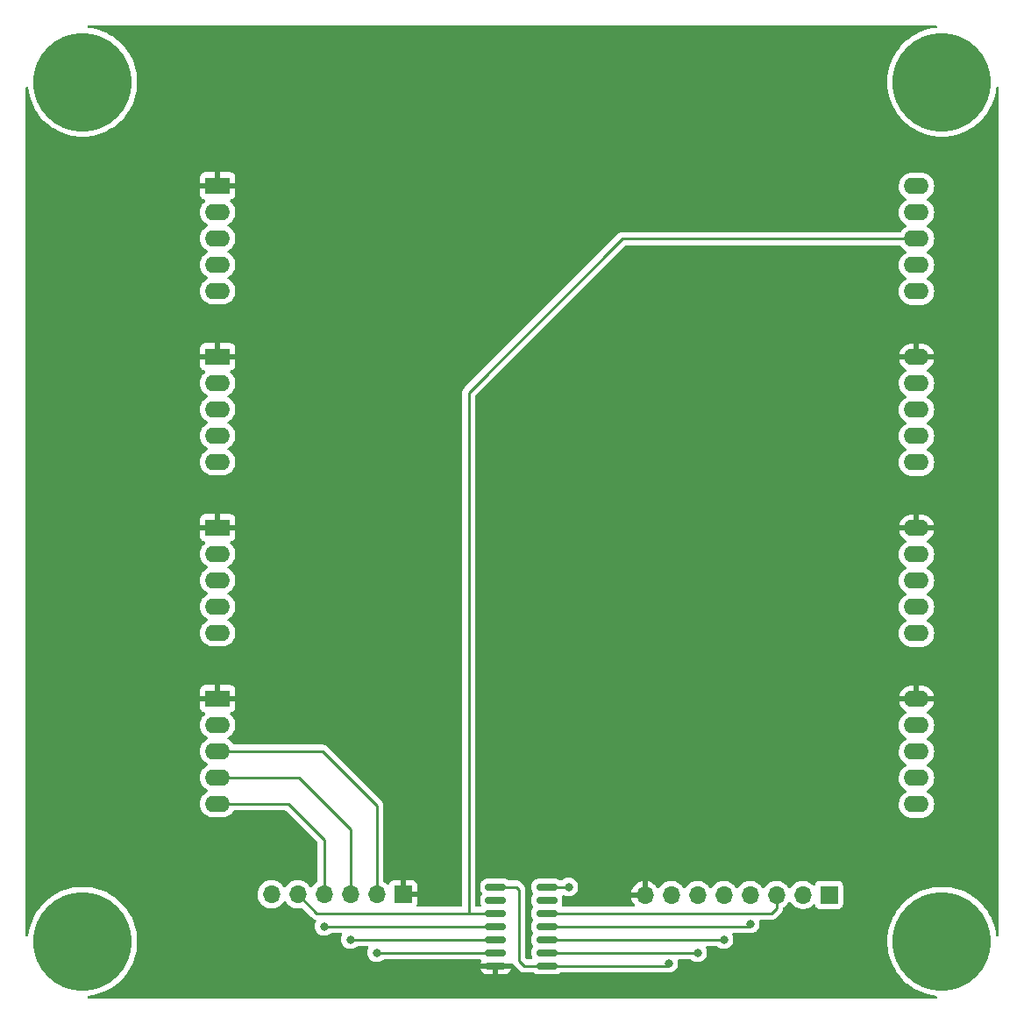
<source format=gtl>
%TF.GenerationSoftware,KiCad,Pcbnew,(6.0.1)*%
%TF.CreationDate,2022-08-01T15:02:32-04:00*%
%TF.ProjectId,MAX7219X4,4d415837-3231-4395-9834-2e6b69636164,2*%
%TF.SameCoordinates,Original*%
%TF.FileFunction,Copper,L1,Top*%
%TF.FilePolarity,Positive*%
%FSLAX46Y46*%
G04 Gerber Fmt 4.6, Leading zero omitted, Abs format (unit mm)*
G04 Created by KiCad (PCBNEW (6.0.1)) date 2022-08-01 15:02:32*
%MOMM*%
%LPD*%
G01*
G04 APERTURE LIST*
G04 Aperture macros list*
%AMRoundRect*
0 Rectangle with rounded corners*
0 $1 Rounding radius*
0 $2 $3 $4 $5 $6 $7 $8 $9 X,Y pos of 4 corners*
0 Add a 4 corners polygon primitive as box body*
4,1,4,$2,$3,$4,$5,$6,$7,$8,$9,$2,$3,0*
0 Add four circle primitives for the rounded corners*
1,1,$1+$1,$2,$3*
1,1,$1+$1,$4,$5*
1,1,$1+$1,$6,$7*
1,1,$1+$1,$8,$9*
0 Add four rect primitives between the rounded corners*
20,1,$1+$1,$2,$3,$4,$5,0*
20,1,$1+$1,$4,$5,$6,$7,0*
20,1,$1+$1,$6,$7,$8,$9,0*
20,1,$1+$1,$8,$9,$2,$3,0*%
G04 Aperture macros list end*
%TA.AperFunction,ComponentPad*%
%ADD10R,2.400000X1.600000*%
%TD*%
%TA.AperFunction,ComponentPad*%
%ADD11O,2.400000X1.600000*%
%TD*%
%TA.AperFunction,ComponentPad*%
%ADD12R,1.700000X1.700000*%
%TD*%
%TA.AperFunction,ComponentPad*%
%ADD13O,1.700000X1.700000*%
%TD*%
%TA.AperFunction,SMDPad,CuDef*%
%ADD14RoundRect,0.150000X0.825000X0.150000X-0.825000X0.150000X-0.825000X-0.150000X0.825000X-0.150000X0*%
%TD*%
%TA.AperFunction,ComponentPad*%
%ADD15C,9.525000*%
%TD*%
%TA.AperFunction,ViaPad*%
%ADD16C,0.800000*%
%TD*%
%TA.AperFunction,Conductor*%
%ADD17C,0.250000*%
%TD*%
G04 APERTURE END LIST*
D10*
%TO.P,BRD4,1,VCC*%
%TO.N,+5V*%
X74045000Y-43025000D03*
D11*
%TO.P,BRD4,2,GND*%
%TO.N,GND*%
X74045000Y-45565000D03*
%TO.P,BRD4,3,DIN*%
%TO.N,Net-(BRD3-Pad8)*%
X74045000Y-48105000D03*
%TO.P,BRD4,4,CS*%
%TO.N,Net-(BRD3-Pad7)*%
X74045000Y-50645000D03*
%TO.P,BRD4,5,CLKIN*%
%TO.N,Net-(BRD3-Pad6)*%
X74045000Y-53185000D03*
%TO.P,BRD4,6,CLKOUT*%
%TO.N,unconnected-(BRD4-Pad6)*%
X141545000Y-53225000D03*
%TO.P,BRD4,7,LODA*%
%TO.N,unconnected-(BRD4-Pad7)*%
X141545000Y-50685000D03*
%TO.P,BRD4,8,DOUT*%
%TO.N,/MAXOUT*%
X141545000Y-48145000D03*
%TO.P,BRD4,9,GND*%
%TO.N,unconnected-(BRD4-Pad9)*%
X141545000Y-45605000D03*
%TO.P,BRD4,10,VCC*%
%TO.N,unconnected-(BRD4-Pad10)*%
X141545000Y-43065000D03*
%TD*%
D10*
%TO.P,BRD1,1,VCC*%
%TO.N,+5V*%
X74045000Y-92555000D03*
D11*
%TO.P,BRD1,2,GND*%
%TO.N,GND*%
X74045000Y-95095000D03*
%TO.P,BRD1,3,DIN*%
%TO.N,/DIN5V*%
X74045000Y-97635000D03*
%TO.P,BRD1,4,CS*%
%TO.N,/CS5V*%
X74045000Y-100175000D03*
%TO.P,BRD1,5,CLKIN*%
%TO.N,/CLK5V*%
X74045000Y-102715000D03*
%TO.P,BRD1,6,CLKOUT*%
%TO.N,Net-(BRD1-Pad6)*%
X141545000Y-102755000D03*
%TO.P,BRD1,7,LODA*%
%TO.N,Net-(BRD1-Pad7)*%
X141545000Y-100215000D03*
%TO.P,BRD1,8,DOUT*%
%TO.N,Net-(BRD1-Pad8)*%
X141545000Y-97675000D03*
%TO.P,BRD1,9,GND*%
%TO.N,GND*%
X141545000Y-95135000D03*
%TO.P,BRD1,10,VCC*%
%TO.N,+5V*%
X141545000Y-92595000D03*
%TD*%
D12*
%TO.P,J1,1,Pin_1*%
%TO.N,GND*%
X133081000Y-111506000D03*
D13*
%TO.P,J1,2,Pin_2*%
X130541000Y-111506000D03*
%TO.P,J1,3,Pin_3*%
%TO.N,/DOUT*%
X128001000Y-111506000D03*
%TO.P,J1,4,Pin_4*%
%TO.N,/CLK*%
X125461000Y-111506000D03*
%TO.P,J1,5,Pin_5*%
%TO.N,/CS*%
X122921000Y-111506000D03*
%TO.P,J1,6,Pin_6*%
%TO.N,/DIN*%
X120381000Y-111506000D03*
%TO.P,J1,7,Pin_7*%
%TO.N,Net-(J1-Pad7)*%
X117841000Y-111506000D03*
%TO.P,J1,8,Pin_8*%
%TO.N,+5V*%
X115301000Y-111506000D03*
%TD*%
D14*
%TO.P,U1,1,VCCA(LV)*%
%TO.N,Net-(J1-Pad7)*%
X105853000Y-118364000D03*
%TO.P,U1,2,A1*%
%TO.N,/DIN*%
X105853000Y-117094000D03*
%TO.P,U1,3,A2*%
%TO.N,/CS*%
X105853000Y-115824000D03*
%TO.P,U1,4,A3*%
%TO.N,/CLK*%
X105853000Y-114554000D03*
%TO.P,U1,5,A4*%
%TO.N,/DOUT*%
X105853000Y-113284000D03*
%TO.P,U1,6*%
%TO.N,N/C*%
X105853000Y-112014000D03*
%TO.P,U1,7,GND*%
%TO.N,GND*%
X105853000Y-110744000D03*
%TO.P,U1,8,OE*%
%TO.N,Net-(J1-Pad7)*%
X100903000Y-110744000D03*
%TO.P,U1,9*%
%TO.N,N/C*%
X100903000Y-112014000D03*
%TO.P,U1,10,B4*%
%TO.N,/MAXOUT*%
X100903000Y-113284000D03*
%TO.P,U1,11,B3*%
%TO.N,/CLK5V*%
X100903000Y-114554000D03*
%TO.P,U1,12,B2*%
%TO.N,/CS5V*%
X100903000Y-115824000D03*
%TO.P,U1,13,B1*%
%TO.N,/DIN5V*%
X100903000Y-117094000D03*
%TO.P,U1,14,VCCB(HV)*%
%TO.N,+5V*%
X100903000Y-118364000D03*
%TD*%
D15*
%TO.P,MTG4,1*%
%TO.N,N/C*%
X144000000Y-33000000D03*
%TD*%
D12*
%TO.P,J2,1,Pin_1*%
%TO.N,+5V*%
X91948000Y-111449000D03*
D13*
%TO.P,J2,2,Pin_2*%
%TO.N,/DIN5V*%
X89408000Y-111449000D03*
%TO.P,J2,3,Pin_3*%
%TO.N,/CS5V*%
X86868000Y-111449000D03*
%TO.P,J2,4,Pin_4*%
%TO.N,/CLK5V*%
X84328000Y-111449000D03*
%TO.P,J2,5,Pin_5*%
%TO.N,/MAXOUT*%
X81788000Y-111449000D03*
%TO.P,J2,6,Pin_6*%
%TO.N,GND*%
X79248000Y-111449000D03*
%TD*%
D15*
%TO.P,MTG1,1*%
%TO.N,N/C*%
X61000000Y-116000000D03*
%TD*%
D10*
%TO.P,BRD3,1,VCC*%
%TO.N,+5V*%
X74045000Y-59535000D03*
D11*
%TO.P,BRD3,2,GND*%
%TO.N,GND*%
X74045000Y-62075000D03*
%TO.P,BRD3,3,DIN*%
%TO.N,Net-(BRD2-Pad8)*%
X74045000Y-64615000D03*
%TO.P,BRD3,4,CS*%
%TO.N,Net-(BRD2-Pad7)*%
X74045000Y-67155000D03*
%TO.P,BRD3,5,CLKIN*%
%TO.N,Net-(BRD2-Pad6)*%
X74045000Y-69695000D03*
%TO.P,BRD3,6,CLKOUT*%
%TO.N,Net-(BRD3-Pad6)*%
X141545000Y-69735000D03*
%TO.P,BRD3,7,LODA*%
%TO.N,Net-(BRD3-Pad7)*%
X141545000Y-67195000D03*
%TO.P,BRD3,8,DOUT*%
%TO.N,Net-(BRD3-Pad8)*%
X141545000Y-64655000D03*
%TO.P,BRD3,9,GND*%
%TO.N,GND*%
X141545000Y-62115000D03*
%TO.P,BRD3,10,VCC*%
%TO.N,+5V*%
X141545000Y-59575000D03*
%TD*%
D15*
%TO.P,MTG2,1*%
%TO.N,N/C*%
X144000000Y-116000000D03*
%TD*%
D10*
%TO.P,BRD2,1,VCC*%
%TO.N,+5V*%
X74045000Y-76045000D03*
D11*
%TO.P,BRD2,2,GND*%
%TO.N,GND*%
X74045000Y-78585000D03*
%TO.P,BRD2,3,DIN*%
%TO.N,Net-(BRD1-Pad8)*%
X74045000Y-81125000D03*
%TO.P,BRD2,4,CS*%
%TO.N,Net-(BRD1-Pad7)*%
X74045000Y-83665000D03*
%TO.P,BRD2,5,CLKIN*%
%TO.N,Net-(BRD1-Pad6)*%
X74045000Y-86205000D03*
%TO.P,BRD2,6,CLKOUT*%
%TO.N,Net-(BRD2-Pad6)*%
X141545000Y-86245000D03*
%TO.P,BRD2,7,LODA*%
%TO.N,Net-(BRD2-Pad7)*%
X141545000Y-83705000D03*
%TO.P,BRD2,8,DOUT*%
%TO.N,Net-(BRD2-Pad8)*%
X141545000Y-81165000D03*
%TO.P,BRD2,9,GND*%
%TO.N,GND*%
X141545000Y-78625000D03*
%TO.P,BRD2,10,VCC*%
%TO.N,+5V*%
X141545000Y-76085000D03*
%TD*%
D15*
%TO.P,MTG3,1*%
%TO.N,N/C*%
X61000000Y-33000000D03*
%TD*%
D16*
%TO.N,GND*%
X107950000Y-110744000D03*
%TO.N,/DIN5V*%
X89408000Y-117094000D03*
%TO.N,/CS5V*%
X86868000Y-115824000D03*
%TO.N,/CLK5V*%
X84328000Y-114554000D03*
%TO.N,Net-(J1-Pad7)*%
X117602000Y-118110000D03*
%TO.N,/CLK*%
X125476000Y-114300000D03*
%TO.N,/CS*%
X122936000Y-115824000D03*
%TO.N,/DIN*%
X120396000Y-117094000D03*
%TD*%
D17*
%TO.N,GND*%
X105853000Y-110744000D02*
X107950000Y-110744000D01*
%TO.N,/MAXOUT*%
X113145000Y-48145000D02*
X141545000Y-48145000D01*
X84582000Y-113284000D02*
X98298000Y-113284000D01*
X84582000Y-113284000D02*
X83623000Y-113284000D01*
X83623000Y-113284000D02*
X81788000Y-111449000D01*
X98298000Y-62992000D02*
X113145000Y-48145000D01*
X98298000Y-113284000D02*
X100903000Y-113284000D01*
X98298000Y-113284000D02*
X98298000Y-62992000D01*
%TO.N,/DIN5V*%
X89408000Y-102870000D02*
X89408000Y-111449000D01*
X84173000Y-97635000D02*
X89408000Y-102870000D01*
X100903000Y-117094000D02*
X89408000Y-117094000D01*
X74045000Y-97635000D02*
X84173000Y-97635000D01*
%TO.N,/CS5V*%
X86868000Y-105156000D02*
X86868000Y-111449000D01*
X81887000Y-100175000D02*
X86868000Y-105156000D01*
X100903000Y-115824000D02*
X86868000Y-115824000D01*
X74045000Y-100175000D02*
X81887000Y-100175000D01*
%TO.N,/CLK5V*%
X80871000Y-102715000D02*
X84328000Y-106172000D01*
X100903000Y-114554000D02*
X84328000Y-114554000D01*
X74045000Y-102715000D02*
X80871000Y-102715000D01*
X84328000Y-106172000D02*
X84328000Y-111449000D01*
%TO.N,Net-(J1-Pad7)*%
X117348000Y-118364000D02*
X117602000Y-118110000D01*
X103124000Y-110998000D02*
X103124000Y-117856000D01*
X102870000Y-110744000D02*
X103124000Y-110998000D01*
X103632000Y-118364000D02*
X105853000Y-118364000D01*
X103124000Y-117856000D02*
X103632000Y-118364000D01*
X105853000Y-118364000D02*
X117348000Y-118364000D01*
X100903000Y-110744000D02*
X102870000Y-110744000D01*
%TO.N,/DOUT*%
X128001000Y-112791000D02*
X128001000Y-111506000D01*
X127508000Y-113284000D02*
X128001000Y-112791000D01*
X105853000Y-113284000D02*
X127508000Y-113284000D01*
%TO.N,/CLK*%
X105853000Y-114554000D02*
X125222000Y-114554000D01*
X125222000Y-114554000D02*
X125476000Y-114300000D01*
%TO.N,/CS*%
X105853000Y-115824000D02*
X122936000Y-115824000D01*
%TO.N,/DIN*%
X120396000Y-117094000D02*
X105853000Y-117094000D01*
%TD*%
%TA.AperFunction,Conductor*%
%TO.N,+5V*%
G36*
X143478913Y-27528002D02*
G01*
X143525406Y-27581658D01*
X143535510Y-27651932D01*
X143506016Y-27716512D01*
X143446290Y-27754896D01*
X143427238Y-27758922D01*
X143086553Y-27803774D01*
X143086548Y-27803775D01*
X143083828Y-27804133D01*
X142634465Y-27903754D01*
X142631840Y-27904582D01*
X142631835Y-27904583D01*
X142198122Y-28041332D01*
X142198114Y-28041335D01*
X142195494Y-28042161D01*
X141770257Y-28218300D01*
X141361989Y-28430831D01*
X140973798Y-28678136D01*
X140734853Y-28861485D01*
X140610806Y-28956669D01*
X140610800Y-28956674D01*
X140608638Y-28958333D01*
X140269289Y-29269289D01*
X139958333Y-29608638D01*
X139956674Y-29610800D01*
X139956669Y-29610806D01*
X139861485Y-29734853D01*
X139678136Y-29973798D01*
X139430831Y-30361989D01*
X139218300Y-30770257D01*
X139042161Y-31195494D01*
X138903754Y-31634465D01*
X138804133Y-32083828D01*
X138744055Y-32540164D01*
X138723978Y-33000000D01*
X138724098Y-33002748D01*
X138725842Y-33042681D01*
X138744055Y-33459836D01*
X138804133Y-33916172D01*
X138903754Y-34365535D01*
X139042161Y-34804506D01*
X139218300Y-35229743D01*
X139430831Y-35638011D01*
X139678136Y-36026202D01*
X139958333Y-36391362D01*
X140269289Y-36730711D01*
X140608638Y-37041667D01*
X140610800Y-37043326D01*
X140610806Y-37043331D01*
X140734853Y-37138515D01*
X140973798Y-37321864D01*
X141361989Y-37569169D01*
X141770257Y-37781700D01*
X142195494Y-37957839D01*
X142198114Y-37958665D01*
X142198122Y-37958668D01*
X142631835Y-38095417D01*
X142631840Y-38095418D01*
X142634465Y-38096246D01*
X143083828Y-38195867D01*
X143086548Y-38196225D01*
X143086553Y-38196226D01*
X143257423Y-38218721D01*
X143540164Y-38255945D01*
X143542913Y-38256065D01*
X143542924Y-38256066D01*
X143997252Y-38275902D01*
X144000000Y-38276022D01*
X144002748Y-38275902D01*
X144457076Y-38256066D01*
X144457087Y-38256065D01*
X144459836Y-38255945D01*
X144742577Y-38218721D01*
X144913447Y-38196226D01*
X144913452Y-38196225D01*
X144916172Y-38195867D01*
X145365535Y-38096246D01*
X145368160Y-38095418D01*
X145368165Y-38095417D01*
X145801878Y-37958668D01*
X145801886Y-37958665D01*
X145804506Y-37957839D01*
X146229743Y-37781700D01*
X146638011Y-37569169D01*
X147026202Y-37321864D01*
X147265147Y-37138515D01*
X147389194Y-37043331D01*
X147389200Y-37043326D01*
X147391362Y-37041667D01*
X147730711Y-36730711D01*
X148041667Y-36391362D01*
X148321864Y-36026202D01*
X148569169Y-35638011D01*
X148781700Y-35229743D01*
X148957839Y-34804506D01*
X149096246Y-34365535D01*
X149195867Y-33916172D01*
X149241078Y-33572762D01*
X149269800Y-33507834D01*
X149329066Y-33468743D01*
X149400057Y-33467898D01*
X149460236Y-33505568D01*
X149490495Y-33569794D01*
X149492000Y-33589208D01*
X149492000Y-115410792D01*
X149471998Y-115478913D01*
X149418342Y-115525406D01*
X149348068Y-115535510D01*
X149283488Y-115506016D01*
X149245104Y-115446290D01*
X149241078Y-115427238D01*
X149196226Y-115086553D01*
X149196225Y-115086548D01*
X149195867Y-115083828D01*
X149096246Y-114634465D01*
X149095417Y-114631835D01*
X148958668Y-114198122D01*
X148958665Y-114198114D01*
X148957839Y-114195494D01*
X148792015Y-113795159D01*
X148782753Y-113772799D01*
X148782752Y-113772798D01*
X148781700Y-113770257D01*
X148569169Y-113361989D01*
X148321864Y-112973798D01*
X148096564Y-112680181D01*
X148043331Y-112610806D01*
X148043326Y-112610800D01*
X148041667Y-112608638D01*
X147730711Y-112269289D01*
X147391362Y-111958333D01*
X147389200Y-111956674D01*
X147389194Y-111956669D01*
X147252260Y-111851596D01*
X147026202Y-111678136D01*
X146638011Y-111430831D01*
X146229743Y-111218300D01*
X145804506Y-111042161D01*
X145801886Y-111041335D01*
X145801878Y-111041332D01*
X145368165Y-110904583D01*
X145368160Y-110904582D01*
X145365535Y-110903754D01*
X144916172Y-110804133D01*
X144913452Y-110803775D01*
X144913447Y-110803774D01*
X144735713Y-110780375D01*
X144459836Y-110744055D01*
X144457087Y-110743935D01*
X144457076Y-110743934D01*
X144002748Y-110724098D01*
X144000000Y-110723978D01*
X143997252Y-110724098D01*
X143542924Y-110743934D01*
X143542913Y-110743935D01*
X143540164Y-110744055D01*
X143264287Y-110780375D01*
X143086553Y-110803774D01*
X143086548Y-110803775D01*
X143083828Y-110804133D01*
X142634465Y-110903754D01*
X142631840Y-110904582D01*
X142631835Y-110904583D01*
X142198122Y-111041332D01*
X142198114Y-111041335D01*
X142195494Y-111042161D01*
X141770257Y-111218300D01*
X141361989Y-111430831D01*
X140973798Y-111678136D01*
X140747740Y-111851596D01*
X140610806Y-111956669D01*
X140610800Y-111956674D01*
X140608638Y-111958333D01*
X140269289Y-112269289D01*
X139958333Y-112608638D01*
X139956674Y-112610800D01*
X139956669Y-112610806D01*
X139903436Y-112680181D01*
X139678136Y-112973798D01*
X139430831Y-113361989D01*
X139218300Y-113770257D01*
X139217248Y-113772798D01*
X139217247Y-113772799D01*
X139207985Y-113795159D01*
X139042161Y-114195494D01*
X139041335Y-114198114D01*
X139041332Y-114198122D01*
X138904583Y-114631835D01*
X138903754Y-114634465D01*
X138804133Y-115083828D01*
X138803775Y-115086548D01*
X138803774Y-115086553D01*
X138787636Y-115209131D01*
X138744055Y-115540164D01*
X138743935Y-115542913D01*
X138743934Y-115542924D01*
X138725706Y-115960423D01*
X138723978Y-116000000D01*
X138724098Y-116002748D01*
X138743140Y-116438869D01*
X138744055Y-116459836D01*
X138764852Y-116617803D01*
X138799367Y-116879968D01*
X138804133Y-116916172D01*
X138903754Y-117365535D01*
X138904582Y-117368160D01*
X138904583Y-117368165D01*
X139030794Y-117768453D01*
X139042161Y-117804506D01*
X139218300Y-118229743D01*
X139430831Y-118638011D01*
X139678136Y-119026202D01*
X139854679Y-119256277D01*
X139944440Y-119373256D01*
X139958333Y-119391362D01*
X140269289Y-119730711D01*
X140608638Y-120041667D01*
X140610800Y-120043326D01*
X140610806Y-120043331D01*
X140633196Y-120060511D01*
X140973798Y-120321864D01*
X141361989Y-120569169D01*
X141770257Y-120781700D01*
X142195494Y-120957839D01*
X142198114Y-120958665D01*
X142198122Y-120958668D01*
X142631835Y-121095417D01*
X142631840Y-121095418D01*
X142634465Y-121096246D01*
X143083828Y-121195867D01*
X143086548Y-121196225D01*
X143086553Y-121196226D01*
X143427238Y-121241078D01*
X143492166Y-121269800D01*
X143531257Y-121329066D01*
X143532102Y-121400057D01*
X143494432Y-121460236D01*
X143430206Y-121490495D01*
X143410792Y-121492000D01*
X61589208Y-121492000D01*
X61521087Y-121471998D01*
X61474594Y-121418342D01*
X61464490Y-121348068D01*
X61493984Y-121283488D01*
X61553710Y-121245104D01*
X61572762Y-121241078D01*
X61913447Y-121196226D01*
X61913452Y-121196225D01*
X61916172Y-121195867D01*
X62365535Y-121096246D01*
X62368160Y-121095418D01*
X62368165Y-121095417D01*
X62801878Y-120958668D01*
X62801886Y-120958665D01*
X62804506Y-120957839D01*
X63229743Y-120781700D01*
X63638011Y-120569169D01*
X64026202Y-120321864D01*
X64366804Y-120060511D01*
X64389194Y-120043331D01*
X64389200Y-120043326D01*
X64391362Y-120041667D01*
X64730711Y-119730711D01*
X65041667Y-119391362D01*
X65055561Y-119373256D01*
X65145321Y-119256277D01*
X65321864Y-119026202D01*
X65569169Y-118638011D01*
X65573406Y-118629871D01*
X99426456Y-118629871D01*
X99467107Y-118769790D01*
X99473352Y-118784221D01*
X99549911Y-118913678D01*
X99559551Y-118926104D01*
X99665896Y-119032449D01*
X99678322Y-119042089D01*
X99807779Y-119118648D01*
X99822210Y-119124893D01*
X99968065Y-119167269D01*
X99980667Y-119169570D01*
X100009084Y-119171807D01*
X100014014Y-119172000D01*
X100630885Y-119172000D01*
X100646124Y-119167525D01*
X100647329Y-119166135D01*
X100649000Y-119158452D01*
X100649000Y-119153884D01*
X101157000Y-119153884D01*
X101161475Y-119169123D01*
X101162865Y-119170328D01*
X101170548Y-119171999D01*
X101791984Y-119171999D01*
X101796920Y-119171805D01*
X101825336Y-119169570D01*
X101837931Y-119167270D01*
X101983790Y-119124893D01*
X101998221Y-119118648D01*
X102127678Y-119042089D01*
X102140104Y-119032449D01*
X102246449Y-118926104D01*
X102256089Y-118913678D01*
X102332648Y-118784221D01*
X102338893Y-118769790D01*
X102377939Y-118635395D01*
X102377899Y-118621294D01*
X102370630Y-118618000D01*
X101175115Y-118618000D01*
X101159876Y-118622475D01*
X101158671Y-118623865D01*
X101157000Y-118631548D01*
X101157000Y-119153884D01*
X100649000Y-119153884D01*
X100649000Y-118636115D01*
X100644525Y-118620876D01*
X100643135Y-118619671D01*
X100635452Y-118618000D01*
X99441122Y-118618000D01*
X99427591Y-118621973D01*
X99426456Y-118629871D01*
X65573406Y-118629871D01*
X65781700Y-118229743D01*
X65957839Y-117804506D01*
X65969207Y-117768453D01*
X66095417Y-117368165D01*
X66095418Y-117368160D01*
X66096246Y-117365535D01*
X66195867Y-116916172D01*
X66200634Y-116879968D01*
X66235148Y-116617803D01*
X66255945Y-116459836D01*
X66256861Y-116438869D01*
X66275902Y-116002748D01*
X66276022Y-116000000D01*
X66274294Y-115960423D01*
X66256066Y-115542924D01*
X66256065Y-115542913D01*
X66255945Y-115540164D01*
X66212364Y-115209131D01*
X66196226Y-115086553D01*
X66196225Y-115086548D01*
X66195867Y-115083828D01*
X66096246Y-114634465D01*
X66095417Y-114631835D01*
X65958668Y-114198122D01*
X65958665Y-114198114D01*
X65957839Y-114195494D01*
X65792015Y-113795159D01*
X65782753Y-113772799D01*
X65782752Y-113772798D01*
X65781700Y-113770257D01*
X65569169Y-113361989D01*
X65321864Y-112973798D01*
X65096564Y-112680181D01*
X65043331Y-112610806D01*
X65043326Y-112610800D01*
X65041667Y-112608638D01*
X64730711Y-112269289D01*
X64391362Y-111958333D01*
X64389200Y-111956674D01*
X64389194Y-111956669D01*
X64252260Y-111851596D01*
X64026202Y-111678136D01*
X63638011Y-111430831D01*
X63229743Y-111218300D01*
X62804506Y-111042161D01*
X62801886Y-111041335D01*
X62801878Y-111041332D01*
X62368165Y-110904583D01*
X62368160Y-110904582D01*
X62365535Y-110903754D01*
X61916172Y-110804133D01*
X61913452Y-110803775D01*
X61913447Y-110803774D01*
X61735713Y-110780375D01*
X61459836Y-110744055D01*
X61457087Y-110743935D01*
X61457076Y-110743934D01*
X61002748Y-110724098D01*
X61000000Y-110723978D01*
X60997252Y-110724098D01*
X60542924Y-110743934D01*
X60542913Y-110743935D01*
X60540164Y-110744055D01*
X60264287Y-110780375D01*
X60086553Y-110803774D01*
X60086548Y-110803775D01*
X60083828Y-110804133D01*
X59634465Y-110903754D01*
X59631840Y-110904582D01*
X59631835Y-110904583D01*
X59198122Y-111041332D01*
X59198114Y-111041335D01*
X59195494Y-111042161D01*
X58770257Y-111218300D01*
X58361989Y-111430831D01*
X57973798Y-111678136D01*
X57747740Y-111851596D01*
X57610806Y-111956669D01*
X57610800Y-111956674D01*
X57608638Y-111958333D01*
X57269289Y-112269289D01*
X56958333Y-112608638D01*
X56956674Y-112610800D01*
X56956669Y-112610806D01*
X56903436Y-112680181D01*
X56678136Y-112973798D01*
X56430831Y-113361989D01*
X56218300Y-113770257D01*
X56217248Y-113772798D01*
X56217247Y-113772799D01*
X56207985Y-113795159D01*
X56042161Y-114195494D01*
X56041335Y-114198114D01*
X56041332Y-114198122D01*
X55904583Y-114631835D01*
X55903754Y-114634465D01*
X55804133Y-115083828D01*
X55803775Y-115086548D01*
X55803774Y-115086553D01*
X55758922Y-115427238D01*
X55730200Y-115492166D01*
X55670934Y-115531257D01*
X55599943Y-115532102D01*
X55539764Y-115494432D01*
X55509505Y-115430206D01*
X55508000Y-115410792D01*
X55508000Y-102715000D01*
X72331502Y-102715000D01*
X72351457Y-102943087D01*
X72410716Y-103164243D01*
X72413039Y-103169224D01*
X72413039Y-103169225D01*
X72505151Y-103366762D01*
X72505154Y-103366767D01*
X72507477Y-103371749D01*
X72638802Y-103559300D01*
X72800700Y-103721198D01*
X72805208Y-103724355D01*
X72805211Y-103724357D01*
X72852260Y-103757301D01*
X72988251Y-103852523D01*
X72993233Y-103854846D01*
X72993238Y-103854849D01*
X73190775Y-103946961D01*
X73195757Y-103949284D01*
X73201065Y-103950706D01*
X73201067Y-103950707D01*
X73411598Y-104007119D01*
X73411600Y-104007119D01*
X73416913Y-104008543D01*
X73516480Y-104017254D01*
X73585149Y-104023262D01*
X73585156Y-104023262D01*
X73587873Y-104023500D01*
X74502127Y-104023500D01*
X74504844Y-104023262D01*
X74504851Y-104023262D01*
X74573520Y-104017254D01*
X74673087Y-104008543D01*
X74678400Y-104007119D01*
X74678402Y-104007119D01*
X74888933Y-103950707D01*
X74888935Y-103950706D01*
X74894243Y-103949284D01*
X74899225Y-103946961D01*
X75096762Y-103854849D01*
X75096767Y-103854846D01*
X75101749Y-103852523D01*
X75237740Y-103757301D01*
X75284789Y-103724357D01*
X75284792Y-103724355D01*
X75289300Y-103721198D01*
X75451198Y-103559300D01*
X75561181Y-103402229D01*
X75616638Y-103357901D01*
X75664394Y-103348500D01*
X80556406Y-103348500D01*
X80624527Y-103368502D01*
X80645501Y-103385405D01*
X83657595Y-106397499D01*
X83691621Y-106459811D01*
X83694500Y-106486594D01*
X83694500Y-110170692D01*
X83674498Y-110238813D01*
X83626683Y-110282453D01*
X83601607Y-110295507D01*
X83597474Y-110298610D01*
X83597471Y-110298612D01*
X83427100Y-110426530D01*
X83422965Y-110429635D01*
X83365117Y-110490169D01*
X83302361Y-110555840D01*
X83268629Y-110591138D01*
X83161201Y-110748621D01*
X83106293Y-110793621D01*
X83035768Y-110801792D01*
X82972021Y-110770538D01*
X82951324Y-110746054D01*
X82870822Y-110621617D01*
X82870820Y-110621614D01*
X82868014Y-110617277D01*
X82717670Y-110452051D01*
X82713619Y-110448852D01*
X82713615Y-110448848D01*
X82546414Y-110316800D01*
X82546410Y-110316798D01*
X82542359Y-110313598D01*
X82537831Y-110311098D01*
X82459513Y-110267865D01*
X82346789Y-110205638D01*
X82341920Y-110203914D01*
X82341916Y-110203912D01*
X82141087Y-110132795D01*
X82141083Y-110132794D01*
X82136212Y-110131069D01*
X82131119Y-110130162D01*
X82131116Y-110130161D01*
X81921373Y-110092800D01*
X81921367Y-110092799D01*
X81916284Y-110091894D01*
X81842452Y-110090992D01*
X81698081Y-110089228D01*
X81698079Y-110089228D01*
X81692911Y-110089165D01*
X81472091Y-110122955D01*
X81259756Y-110192357D01*
X81232009Y-110206801D01*
X81085975Y-110282822D01*
X81061607Y-110295507D01*
X81057474Y-110298610D01*
X81057471Y-110298612D01*
X80887100Y-110426530D01*
X80882965Y-110429635D01*
X80825117Y-110490169D01*
X80762361Y-110555840D01*
X80728629Y-110591138D01*
X80621201Y-110748621D01*
X80566293Y-110793621D01*
X80495768Y-110801792D01*
X80432021Y-110770538D01*
X80411324Y-110746054D01*
X80330822Y-110621617D01*
X80330820Y-110621614D01*
X80328014Y-110617277D01*
X80177670Y-110452051D01*
X80173619Y-110448852D01*
X80173615Y-110448848D01*
X80006414Y-110316800D01*
X80006410Y-110316798D01*
X80002359Y-110313598D01*
X79997831Y-110311098D01*
X79919513Y-110267865D01*
X79806789Y-110205638D01*
X79801920Y-110203914D01*
X79801916Y-110203912D01*
X79601087Y-110132795D01*
X79601083Y-110132794D01*
X79596212Y-110131069D01*
X79591119Y-110130162D01*
X79591116Y-110130161D01*
X79381373Y-110092800D01*
X79381367Y-110092799D01*
X79376284Y-110091894D01*
X79302452Y-110090992D01*
X79158081Y-110089228D01*
X79158079Y-110089228D01*
X79152911Y-110089165D01*
X78932091Y-110122955D01*
X78719756Y-110192357D01*
X78692009Y-110206801D01*
X78545975Y-110282822D01*
X78521607Y-110295507D01*
X78517474Y-110298610D01*
X78517471Y-110298612D01*
X78347100Y-110426530D01*
X78342965Y-110429635D01*
X78285117Y-110490169D01*
X78222361Y-110555840D01*
X78188629Y-110591138D01*
X78062743Y-110775680D01*
X78038156Y-110828649D01*
X77982644Y-110948240D01*
X77968688Y-110978305D01*
X77908989Y-111193570D01*
X77885251Y-111415695D01*
X77885548Y-111420848D01*
X77885548Y-111420851D01*
X77897570Y-111629342D01*
X77898110Y-111638715D01*
X77899247Y-111643761D01*
X77899248Y-111643767D01*
X77916680Y-111721115D01*
X77947222Y-111856639D01*
X78031266Y-112063616D01*
X78068756Y-112124794D01*
X78145291Y-112249688D01*
X78147987Y-112254088D01*
X78294250Y-112422938D01*
X78466126Y-112565632D01*
X78659000Y-112678338D01*
X78867692Y-112758030D01*
X78872760Y-112759061D01*
X78872763Y-112759062D01*
X78980017Y-112780883D01*
X79086597Y-112802567D01*
X79091772Y-112802757D01*
X79091774Y-112802757D01*
X79304673Y-112810564D01*
X79304677Y-112810564D01*
X79309837Y-112810753D01*
X79314957Y-112810097D01*
X79314959Y-112810097D01*
X79526288Y-112783025D01*
X79526289Y-112783025D01*
X79531416Y-112782368D01*
X79536366Y-112780883D01*
X79740429Y-112719661D01*
X79740434Y-112719659D01*
X79745384Y-112718174D01*
X79945994Y-112619896D01*
X80127860Y-112490173D01*
X80133713Y-112484341D01*
X80268036Y-112350486D01*
X80286096Y-112332489D01*
X80298885Y-112314692D01*
X80416453Y-112151077D01*
X80417776Y-112152028D01*
X80464645Y-112108857D01*
X80534580Y-112096625D01*
X80600026Y-112124144D01*
X80627875Y-112155994D01*
X80687987Y-112254088D01*
X80834250Y-112422938D01*
X81006126Y-112565632D01*
X81199000Y-112678338D01*
X81407692Y-112758030D01*
X81412760Y-112759061D01*
X81412763Y-112759062D01*
X81520017Y-112780883D01*
X81626597Y-112802567D01*
X81631772Y-112802757D01*
X81631774Y-112802757D01*
X81844673Y-112810564D01*
X81844677Y-112810564D01*
X81849837Y-112810753D01*
X81854957Y-112810097D01*
X81854959Y-112810097D01*
X82066288Y-112783025D01*
X82066289Y-112783025D01*
X82071416Y-112782368D01*
X82090439Y-112776661D01*
X82117827Y-112768444D01*
X82188823Y-112768028D01*
X82243131Y-112800035D01*
X82720318Y-113277223D01*
X83119353Y-113676258D01*
X83126887Y-113684537D01*
X83131000Y-113691018D01*
X83152095Y-113710827D01*
X83180651Y-113737643D01*
X83183493Y-113740398D01*
X83203230Y-113760135D01*
X83206427Y-113762615D01*
X83215447Y-113770318D01*
X83247679Y-113800586D01*
X83254625Y-113804405D01*
X83254628Y-113804407D01*
X83265434Y-113810348D01*
X83281953Y-113821199D01*
X83297959Y-113833614D01*
X83305228Y-113836759D01*
X83305232Y-113836762D01*
X83338537Y-113851174D01*
X83349187Y-113856391D01*
X83387940Y-113877695D01*
X83395615Y-113879666D01*
X83395616Y-113879666D01*
X83407562Y-113882733D01*
X83426267Y-113889137D01*
X83444855Y-113897181D01*
X83452680Y-113898420D01*
X83452682Y-113898421D01*
X83459224Y-113899457D01*
X83523377Y-113929870D01*
X83560904Y-113990138D01*
X83559890Y-114061127D01*
X83548632Y-114086906D01*
X83493473Y-114182444D01*
X83434458Y-114364072D01*
X83414496Y-114554000D01*
X83434458Y-114743928D01*
X83493473Y-114925556D01*
X83588960Y-115090944D01*
X83593378Y-115095851D01*
X83593379Y-115095852D01*
X83693572Y-115207128D01*
X83716747Y-115232866D01*
X83762662Y-115266225D01*
X83855738Y-115333849D01*
X83871248Y-115345118D01*
X83877276Y-115347802D01*
X83877278Y-115347803D01*
X84017872Y-115410399D01*
X84045712Y-115422794D01*
X84139112Y-115442647D01*
X84226056Y-115461128D01*
X84226061Y-115461128D01*
X84232513Y-115462500D01*
X84423487Y-115462500D01*
X84429939Y-115461128D01*
X84429944Y-115461128D01*
X84516888Y-115442647D01*
X84610288Y-115422794D01*
X84638128Y-115410399D01*
X84778722Y-115347803D01*
X84778724Y-115347802D01*
X84784752Y-115345118D01*
X84800263Y-115333849D01*
X84928865Y-115240413D01*
X84939253Y-115232866D01*
X84943668Y-115227963D01*
X84948580Y-115223540D01*
X84949705Y-115224789D01*
X85003014Y-115191949D01*
X85036200Y-115187500D01*
X85968200Y-115187500D01*
X86036321Y-115207502D01*
X86082814Y-115261158D01*
X86092918Y-115331432D01*
X86077319Y-115376500D01*
X86046312Y-115430206D01*
X86033473Y-115452444D01*
X85974458Y-115634072D01*
X85954496Y-115824000D01*
X85974458Y-116013928D01*
X86033473Y-116195556D01*
X86128960Y-116360944D01*
X86133378Y-116365851D01*
X86133379Y-116365852D01*
X86233909Y-116477502D01*
X86256747Y-116502866D01*
X86302662Y-116536225D01*
X86395738Y-116603849D01*
X86411248Y-116615118D01*
X86417276Y-116617802D01*
X86417278Y-116617803D01*
X86557872Y-116680399D01*
X86585712Y-116692794D01*
X86679113Y-116712647D01*
X86766056Y-116731128D01*
X86766061Y-116731128D01*
X86772513Y-116732500D01*
X86963487Y-116732500D01*
X86969939Y-116731128D01*
X86969944Y-116731128D01*
X87056887Y-116712647D01*
X87150288Y-116692794D01*
X87178128Y-116680399D01*
X87318722Y-116617803D01*
X87318724Y-116617802D01*
X87324752Y-116615118D01*
X87340263Y-116603849D01*
X87468865Y-116510413D01*
X87479253Y-116502866D01*
X87483668Y-116497963D01*
X87488580Y-116493540D01*
X87489705Y-116494789D01*
X87543014Y-116461949D01*
X87576200Y-116457500D01*
X88508200Y-116457500D01*
X88576321Y-116477502D01*
X88622814Y-116531158D01*
X88632918Y-116601432D01*
X88617319Y-116646500D01*
X88590591Y-116692794D01*
X88573473Y-116722444D01*
X88514458Y-116904072D01*
X88513768Y-116910633D01*
X88513768Y-116910635D01*
X88513186Y-116916172D01*
X88494496Y-117094000D01*
X88514458Y-117283928D01*
X88573473Y-117465556D01*
X88668960Y-117630944D01*
X88673378Y-117635851D01*
X88673379Y-117635852D01*
X88759905Y-117731949D01*
X88796747Y-117772866D01*
X88862436Y-117820592D01*
X88924877Y-117865958D01*
X88951248Y-117885118D01*
X88957276Y-117887802D01*
X88957278Y-117887803D01*
X89028716Y-117919609D01*
X89125712Y-117962794D01*
X89219112Y-117982647D01*
X89306056Y-118001128D01*
X89306061Y-118001128D01*
X89312513Y-118002500D01*
X89503487Y-118002500D01*
X89509939Y-118001128D01*
X89509944Y-118001128D01*
X89596888Y-117982647D01*
X89690288Y-117962794D01*
X89787284Y-117919609D01*
X89858722Y-117887803D01*
X89858724Y-117887802D01*
X89864752Y-117885118D01*
X89891124Y-117865958D01*
X90004961Y-117783250D01*
X90019253Y-117772866D01*
X90023668Y-117767963D01*
X90028580Y-117763540D01*
X90029705Y-117764789D01*
X90083014Y-117731949D01*
X90116200Y-117727500D01*
X99380357Y-117727500D01*
X99448478Y-117747502D01*
X99494971Y-117801158D01*
X99505075Y-117871432D01*
X99488811Y-117917639D01*
X99473352Y-117943779D01*
X99467107Y-117958210D01*
X99428061Y-118092605D01*
X99428101Y-118106706D01*
X99435370Y-118110000D01*
X102364879Y-118110000D01*
X102415169Y-118095234D01*
X102486165Y-118095234D01*
X102545891Y-118133618D01*
X102561082Y-118155431D01*
X102561529Y-118156244D01*
X102564448Y-118163617D01*
X102569108Y-118170031D01*
X102590436Y-118199387D01*
X102596952Y-118209307D01*
X102610485Y-118232189D01*
X102619458Y-118247362D01*
X102633779Y-118261683D01*
X102646619Y-118276716D01*
X102658528Y-118293107D01*
X102674362Y-118306206D01*
X102692605Y-118321298D01*
X102701384Y-118329288D01*
X103128343Y-118756247D01*
X103135887Y-118764537D01*
X103140000Y-118771018D01*
X103145777Y-118776443D01*
X103189667Y-118817658D01*
X103192509Y-118820413D01*
X103212230Y-118840134D01*
X103215425Y-118842612D01*
X103224447Y-118850318D01*
X103256679Y-118880586D01*
X103263628Y-118884406D01*
X103274432Y-118890346D01*
X103290956Y-118901199D01*
X103306959Y-118913613D01*
X103347543Y-118931176D01*
X103358173Y-118936383D01*
X103396940Y-118957695D01*
X103404617Y-118959666D01*
X103404622Y-118959668D01*
X103416558Y-118962732D01*
X103435266Y-118969137D01*
X103453855Y-118977181D01*
X103461680Y-118978420D01*
X103461682Y-118978421D01*
X103497519Y-118984097D01*
X103509140Y-118986504D01*
X103544289Y-118995528D01*
X103551970Y-118997500D01*
X103572231Y-118997500D01*
X103591940Y-118999051D01*
X103611943Y-119002219D01*
X103619835Y-119001473D01*
X103625062Y-119000979D01*
X103655954Y-118998059D01*
X103667811Y-118997500D01*
X104528050Y-118997500D01*
X104596171Y-119017502D01*
X104609271Y-119028059D01*
X104609325Y-119027989D01*
X104615585Y-119032845D01*
X104621193Y-119038453D01*
X104628017Y-119042489D01*
X104628020Y-119042491D01*
X104735589Y-119106107D01*
X104764399Y-119123145D01*
X104772010Y-119125356D01*
X104772012Y-119125357D01*
X104824231Y-119140528D01*
X104924169Y-119169562D01*
X104930574Y-119170066D01*
X104930579Y-119170067D01*
X104959042Y-119172307D01*
X104959050Y-119172307D01*
X104961498Y-119172500D01*
X106744502Y-119172500D01*
X106746950Y-119172307D01*
X106746958Y-119172307D01*
X106775421Y-119170067D01*
X106775426Y-119170066D01*
X106781831Y-119169562D01*
X106881769Y-119140528D01*
X106933988Y-119125357D01*
X106933990Y-119125356D01*
X106941601Y-119123145D01*
X106970411Y-119106107D01*
X107077980Y-119042491D01*
X107077983Y-119042489D01*
X107084807Y-119038453D01*
X107090415Y-119032845D01*
X107096675Y-119027989D01*
X107097844Y-119029496D01*
X107151167Y-119000379D01*
X107177950Y-118997500D01*
X117269233Y-118997500D01*
X117280416Y-118998027D01*
X117287909Y-118999702D01*
X117295835Y-118999453D01*
X117295836Y-118999453D01*
X117355986Y-118997562D01*
X117359945Y-118997500D01*
X117387856Y-118997500D01*
X117387856Y-118997632D01*
X117419158Y-118999932D01*
X117506513Y-119018500D01*
X117697487Y-119018500D01*
X117703939Y-119017128D01*
X117703944Y-119017128D01*
X117805561Y-118995528D01*
X117884288Y-118978794D01*
X117890319Y-118976109D01*
X118052722Y-118903803D01*
X118052724Y-118903802D01*
X118058752Y-118901118D01*
X118067004Y-118895123D01*
X118142689Y-118840134D01*
X118213253Y-118788866D01*
X118224439Y-118776443D01*
X118336621Y-118651852D01*
X118336622Y-118651851D01*
X118341040Y-118646944D01*
X118436527Y-118481556D01*
X118495542Y-118299928D01*
X118498825Y-118268697D01*
X118514814Y-118116565D01*
X118515504Y-118110000D01*
X118505498Y-118014797D01*
X118496232Y-117926635D01*
X118496232Y-117926633D01*
X118495542Y-117920072D01*
X118493503Y-117913797D01*
X118493502Y-117913792D01*
X118486563Y-117892438D01*
X118484534Y-117821471D01*
X118521195Y-117760672D01*
X118584907Y-117729346D01*
X118606395Y-117727500D01*
X119687800Y-117727500D01*
X119755921Y-117747502D01*
X119775147Y-117763843D01*
X119775420Y-117763540D01*
X119780332Y-117767963D01*
X119784747Y-117772866D01*
X119799039Y-117783250D01*
X119912877Y-117865958D01*
X119939248Y-117885118D01*
X119945276Y-117887802D01*
X119945278Y-117887803D01*
X120016716Y-117919609D01*
X120113712Y-117962794D01*
X120207112Y-117982647D01*
X120294056Y-118001128D01*
X120294061Y-118001128D01*
X120300513Y-118002500D01*
X120491487Y-118002500D01*
X120497939Y-118001128D01*
X120497944Y-118001128D01*
X120584888Y-117982647D01*
X120678288Y-117962794D01*
X120775284Y-117919609D01*
X120846722Y-117887803D01*
X120846724Y-117887802D01*
X120852752Y-117885118D01*
X120879124Y-117865958D01*
X120941564Y-117820592D01*
X121007253Y-117772866D01*
X121044095Y-117731949D01*
X121130621Y-117635852D01*
X121130622Y-117635851D01*
X121135040Y-117630944D01*
X121230527Y-117465556D01*
X121289542Y-117283928D01*
X121309504Y-117094000D01*
X121290814Y-116916172D01*
X121290232Y-116910635D01*
X121290232Y-116910633D01*
X121289542Y-116904072D01*
X121230527Y-116722444D01*
X121213409Y-116692794D01*
X121186681Y-116646500D01*
X121169943Y-116577504D01*
X121193164Y-116510413D01*
X121248971Y-116466526D01*
X121295800Y-116457500D01*
X122227800Y-116457500D01*
X122295921Y-116477502D01*
X122315147Y-116493843D01*
X122315420Y-116493540D01*
X122320332Y-116497963D01*
X122324747Y-116502866D01*
X122335135Y-116510413D01*
X122463738Y-116603849D01*
X122479248Y-116615118D01*
X122485276Y-116617802D01*
X122485278Y-116617803D01*
X122625872Y-116680399D01*
X122653712Y-116692794D01*
X122747113Y-116712647D01*
X122834056Y-116731128D01*
X122834061Y-116731128D01*
X122840513Y-116732500D01*
X123031487Y-116732500D01*
X123037939Y-116731128D01*
X123037944Y-116731128D01*
X123124887Y-116712647D01*
X123218288Y-116692794D01*
X123246128Y-116680399D01*
X123386722Y-116617803D01*
X123386724Y-116617802D01*
X123392752Y-116615118D01*
X123408263Y-116603849D01*
X123501338Y-116536225D01*
X123547253Y-116502866D01*
X123570091Y-116477502D01*
X123670621Y-116365852D01*
X123670622Y-116365851D01*
X123675040Y-116360944D01*
X123770527Y-116195556D01*
X123829542Y-116013928D01*
X123849504Y-115824000D01*
X123829542Y-115634072D01*
X123770527Y-115452444D01*
X123757688Y-115430206D01*
X123726681Y-115376500D01*
X123709943Y-115307504D01*
X123733164Y-115240413D01*
X123788971Y-115196526D01*
X123835800Y-115187500D01*
X125143233Y-115187500D01*
X125154416Y-115188027D01*
X125161909Y-115189702D01*
X125169835Y-115189453D01*
X125169836Y-115189453D01*
X125229986Y-115187562D01*
X125233945Y-115187500D01*
X125261856Y-115187500D01*
X125261856Y-115187632D01*
X125293158Y-115189932D01*
X125380513Y-115208500D01*
X125571487Y-115208500D01*
X125577939Y-115207128D01*
X125577944Y-115207128D01*
X125676696Y-115186137D01*
X125758288Y-115168794D01*
X125764319Y-115166109D01*
X125926722Y-115093803D01*
X125926724Y-115093802D01*
X125932752Y-115091118D01*
X125960927Y-115070648D01*
X125998193Y-115043572D01*
X126087253Y-114978866D01*
X126104251Y-114959988D01*
X126210621Y-114841852D01*
X126210622Y-114841851D01*
X126215040Y-114836944D01*
X126310527Y-114671556D01*
X126369542Y-114489928D01*
X126389504Y-114300000D01*
X126373530Y-114148012D01*
X126370232Y-114116635D01*
X126370232Y-114116633D01*
X126369542Y-114110072D01*
X126367503Y-114103797D01*
X126367502Y-114103792D01*
X126360563Y-114082438D01*
X126358534Y-114011471D01*
X126395195Y-113950672D01*
X126458907Y-113919346D01*
X126480395Y-113917500D01*
X127429233Y-113917500D01*
X127440416Y-113918027D01*
X127447909Y-113919702D01*
X127455835Y-113919453D01*
X127455836Y-113919453D01*
X127515986Y-113917562D01*
X127519945Y-113917500D01*
X127547856Y-113917500D01*
X127551791Y-113917003D01*
X127551856Y-113916995D01*
X127563693Y-113916062D01*
X127595951Y-113915048D01*
X127599970Y-113914922D01*
X127607889Y-113914673D01*
X127627343Y-113909021D01*
X127646700Y-113905013D01*
X127658930Y-113903468D01*
X127658931Y-113903468D01*
X127666797Y-113902474D01*
X127674168Y-113899555D01*
X127674170Y-113899555D01*
X127707912Y-113886196D01*
X127719142Y-113882351D01*
X127753983Y-113872229D01*
X127753984Y-113872229D01*
X127761593Y-113870018D01*
X127768412Y-113865985D01*
X127768417Y-113865983D01*
X127779028Y-113859707D01*
X127796776Y-113851012D01*
X127815617Y-113843552D01*
X127851387Y-113817564D01*
X127861307Y-113811048D01*
X127892535Y-113792580D01*
X127892538Y-113792578D01*
X127899362Y-113788542D01*
X127913683Y-113774221D01*
X127928717Y-113761380D01*
X127938694Y-113754131D01*
X127945107Y-113749472D01*
X127973298Y-113715395D01*
X127981288Y-113706616D01*
X128393247Y-113294657D01*
X128401537Y-113287113D01*
X128408018Y-113283000D01*
X128454659Y-113233332D01*
X128457413Y-113230491D01*
X128477134Y-113210770D01*
X128479612Y-113207575D01*
X128487318Y-113198553D01*
X128512158Y-113172101D01*
X128517586Y-113166321D01*
X128527346Y-113148568D01*
X128538199Y-113132045D01*
X128545753Y-113122306D01*
X128550613Y-113116041D01*
X128568176Y-113075457D01*
X128573383Y-113064827D01*
X128594695Y-113026060D01*
X128596666Y-113018383D01*
X128596668Y-113018378D01*
X128599732Y-113006442D01*
X128606138Y-112987730D01*
X128611033Y-112976419D01*
X128614181Y-112969145D01*
X128615421Y-112961317D01*
X128615423Y-112961310D01*
X128621099Y-112925476D01*
X128623505Y-112913856D01*
X128632528Y-112878711D01*
X128632528Y-112878710D01*
X128634500Y-112871030D01*
X128634500Y-112850776D01*
X128636051Y-112831065D01*
X128637980Y-112818886D01*
X128639220Y-112811057D01*
X128637855Y-112796618D01*
X128651357Y-112726918D01*
X128697958Y-112677404D01*
X128698994Y-112676896D01*
X128703203Y-112673894D01*
X128703206Y-112673892D01*
X128775713Y-112622173D01*
X128880860Y-112547173D01*
X128903613Y-112524500D01*
X128986413Y-112441988D01*
X129039096Y-112389489D01*
X129068897Y-112348017D01*
X129169453Y-112208077D01*
X129170776Y-112209028D01*
X129217645Y-112165857D01*
X129287580Y-112153625D01*
X129353026Y-112181144D01*
X129380875Y-112212994D01*
X129440987Y-112311088D01*
X129587250Y-112479938D01*
X129703972Y-112576842D01*
X129753505Y-112617965D01*
X129759126Y-112622632D01*
X129952000Y-112735338D01*
X130160692Y-112815030D01*
X130165760Y-112816061D01*
X130165763Y-112816062D01*
X130239506Y-112831065D01*
X130379597Y-112859567D01*
X130384772Y-112859757D01*
X130384774Y-112859757D01*
X130597673Y-112867564D01*
X130597677Y-112867564D01*
X130602837Y-112867753D01*
X130607957Y-112867097D01*
X130607959Y-112867097D01*
X130819288Y-112840025D01*
X130819289Y-112840025D01*
X130824416Y-112839368D01*
X130829366Y-112837883D01*
X131033429Y-112776661D01*
X131033434Y-112776659D01*
X131038384Y-112775174D01*
X131238994Y-112676896D01*
X131420860Y-112547173D01*
X131529091Y-112439319D01*
X131591462Y-112405404D01*
X131662268Y-112410592D01*
X131719030Y-112453238D01*
X131736012Y-112484341D01*
X131751067Y-112524500D01*
X131780385Y-112602705D01*
X131867739Y-112719261D01*
X131984295Y-112806615D01*
X132120684Y-112857745D01*
X132182866Y-112864500D01*
X133979134Y-112864500D01*
X134041316Y-112857745D01*
X134177705Y-112806615D01*
X134294261Y-112719261D01*
X134381615Y-112602705D01*
X134432745Y-112466316D01*
X134439500Y-112404134D01*
X134439500Y-110607866D01*
X134432745Y-110545684D01*
X134381615Y-110409295D01*
X134294261Y-110292739D01*
X134177705Y-110205385D01*
X134041316Y-110154255D01*
X133979134Y-110147500D01*
X132182866Y-110147500D01*
X132120684Y-110154255D01*
X131984295Y-110205385D01*
X131867739Y-110292739D01*
X131780385Y-110409295D01*
X131777233Y-110417703D01*
X131735919Y-110527907D01*
X131693277Y-110584671D01*
X131626716Y-110609371D01*
X131557367Y-110594163D01*
X131524743Y-110568476D01*
X131474151Y-110512875D01*
X131474142Y-110512866D01*
X131470670Y-110509051D01*
X131466619Y-110505852D01*
X131466615Y-110505848D01*
X131299414Y-110373800D01*
X131299410Y-110373798D01*
X131295359Y-110370598D01*
X131277875Y-110360946D01*
X131210173Y-110323573D01*
X131099789Y-110262638D01*
X131094920Y-110260914D01*
X131094916Y-110260912D01*
X130894087Y-110189795D01*
X130894083Y-110189794D01*
X130889212Y-110188069D01*
X130884119Y-110187162D01*
X130884116Y-110187161D01*
X130674373Y-110149800D01*
X130674367Y-110149799D01*
X130669284Y-110148894D01*
X130595452Y-110147992D01*
X130451081Y-110146228D01*
X130451079Y-110146228D01*
X130445911Y-110146165D01*
X130225091Y-110179955D01*
X130012756Y-110249357D01*
X129977203Y-110267865D01*
X129828354Y-110345351D01*
X129814607Y-110352507D01*
X129810474Y-110355610D01*
X129810471Y-110355612D01*
X129640100Y-110483530D01*
X129635965Y-110486635D01*
X129610541Y-110513240D01*
X129526646Y-110601031D01*
X129481629Y-110648138D01*
X129374201Y-110805621D01*
X129319293Y-110850621D01*
X129248768Y-110858792D01*
X129185021Y-110827538D01*
X129164324Y-110803054D01*
X129083822Y-110678617D01*
X129083820Y-110678614D01*
X129081014Y-110674277D01*
X128930670Y-110509051D01*
X128926619Y-110505852D01*
X128926615Y-110505848D01*
X128759414Y-110373800D01*
X128759410Y-110373798D01*
X128755359Y-110370598D01*
X128737875Y-110360946D01*
X128670173Y-110323573D01*
X128559789Y-110262638D01*
X128554920Y-110260914D01*
X128554916Y-110260912D01*
X128354087Y-110189795D01*
X128354083Y-110189794D01*
X128349212Y-110188069D01*
X128344119Y-110187162D01*
X128344116Y-110187161D01*
X128134373Y-110149800D01*
X128134367Y-110149799D01*
X128129284Y-110148894D01*
X128055452Y-110147992D01*
X127911081Y-110146228D01*
X127911079Y-110146228D01*
X127905911Y-110146165D01*
X127685091Y-110179955D01*
X127472756Y-110249357D01*
X127437203Y-110267865D01*
X127288354Y-110345351D01*
X127274607Y-110352507D01*
X127270474Y-110355610D01*
X127270471Y-110355612D01*
X127100100Y-110483530D01*
X127095965Y-110486635D01*
X127070541Y-110513240D01*
X126986646Y-110601031D01*
X126941629Y-110648138D01*
X126834201Y-110805621D01*
X126779293Y-110850621D01*
X126708768Y-110858792D01*
X126645021Y-110827538D01*
X126624324Y-110803054D01*
X126543822Y-110678617D01*
X126543820Y-110678614D01*
X126541014Y-110674277D01*
X126390670Y-110509051D01*
X126386619Y-110505852D01*
X126386615Y-110505848D01*
X126219414Y-110373800D01*
X126219410Y-110373798D01*
X126215359Y-110370598D01*
X126197875Y-110360946D01*
X126130173Y-110323573D01*
X126019789Y-110262638D01*
X126014920Y-110260914D01*
X126014916Y-110260912D01*
X125814087Y-110189795D01*
X125814083Y-110189794D01*
X125809212Y-110188069D01*
X125804119Y-110187162D01*
X125804116Y-110187161D01*
X125594373Y-110149800D01*
X125594367Y-110149799D01*
X125589284Y-110148894D01*
X125515452Y-110147992D01*
X125371081Y-110146228D01*
X125371079Y-110146228D01*
X125365911Y-110146165D01*
X125145091Y-110179955D01*
X124932756Y-110249357D01*
X124897203Y-110267865D01*
X124748354Y-110345351D01*
X124734607Y-110352507D01*
X124730474Y-110355610D01*
X124730471Y-110355612D01*
X124560100Y-110483530D01*
X124555965Y-110486635D01*
X124530541Y-110513240D01*
X124446646Y-110601031D01*
X124401629Y-110648138D01*
X124294201Y-110805621D01*
X124239293Y-110850621D01*
X124168768Y-110858792D01*
X124105021Y-110827538D01*
X124084324Y-110803054D01*
X124003822Y-110678617D01*
X124003820Y-110678614D01*
X124001014Y-110674277D01*
X123850670Y-110509051D01*
X123846619Y-110505852D01*
X123846615Y-110505848D01*
X123679414Y-110373800D01*
X123679410Y-110373798D01*
X123675359Y-110370598D01*
X123657875Y-110360946D01*
X123590173Y-110323573D01*
X123479789Y-110262638D01*
X123474920Y-110260914D01*
X123474916Y-110260912D01*
X123274087Y-110189795D01*
X123274083Y-110189794D01*
X123269212Y-110188069D01*
X123264119Y-110187162D01*
X123264116Y-110187161D01*
X123054373Y-110149800D01*
X123054367Y-110149799D01*
X123049284Y-110148894D01*
X122975452Y-110147992D01*
X122831081Y-110146228D01*
X122831079Y-110146228D01*
X122825911Y-110146165D01*
X122605091Y-110179955D01*
X122392756Y-110249357D01*
X122357203Y-110267865D01*
X122208354Y-110345351D01*
X122194607Y-110352507D01*
X122190474Y-110355610D01*
X122190471Y-110355612D01*
X122020100Y-110483530D01*
X122015965Y-110486635D01*
X121990541Y-110513240D01*
X121906646Y-110601031D01*
X121861629Y-110648138D01*
X121754201Y-110805621D01*
X121699293Y-110850621D01*
X121628768Y-110858792D01*
X121565021Y-110827538D01*
X121544324Y-110803054D01*
X121463822Y-110678617D01*
X121463820Y-110678614D01*
X121461014Y-110674277D01*
X121310670Y-110509051D01*
X121306619Y-110505852D01*
X121306615Y-110505848D01*
X121139414Y-110373800D01*
X121139410Y-110373798D01*
X121135359Y-110370598D01*
X121117875Y-110360946D01*
X121050173Y-110323573D01*
X120939789Y-110262638D01*
X120934920Y-110260914D01*
X120934916Y-110260912D01*
X120734087Y-110189795D01*
X120734083Y-110189794D01*
X120729212Y-110188069D01*
X120724119Y-110187162D01*
X120724116Y-110187161D01*
X120514373Y-110149800D01*
X120514367Y-110149799D01*
X120509284Y-110148894D01*
X120435452Y-110147992D01*
X120291081Y-110146228D01*
X120291079Y-110146228D01*
X120285911Y-110146165D01*
X120065091Y-110179955D01*
X119852756Y-110249357D01*
X119817203Y-110267865D01*
X119668354Y-110345351D01*
X119654607Y-110352507D01*
X119650474Y-110355610D01*
X119650471Y-110355612D01*
X119480100Y-110483530D01*
X119475965Y-110486635D01*
X119450541Y-110513240D01*
X119366646Y-110601031D01*
X119321629Y-110648138D01*
X119214201Y-110805621D01*
X119159293Y-110850621D01*
X119088768Y-110858792D01*
X119025021Y-110827538D01*
X119004324Y-110803054D01*
X118923822Y-110678617D01*
X118923820Y-110678614D01*
X118921014Y-110674277D01*
X118770670Y-110509051D01*
X118766619Y-110505852D01*
X118766615Y-110505848D01*
X118599414Y-110373800D01*
X118599410Y-110373798D01*
X118595359Y-110370598D01*
X118577875Y-110360946D01*
X118510173Y-110323573D01*
X118399789Y-110262638D01*
X118394920Y-110260914D01*
X118394916Y-110260912D01*
X118194087Y-110189795D01*
X118194083Y-110189794D01*
X118189212Y-110188069D01*
X118184119Y-110187162D01*
X118184116Y-110187161D01*
X117974373Y-110149800D01*
X117974367Y-110149799D01*
X117969284Y-110148894D01*
X117895452Y-110147992D01*
X117751081Y-110146228D01*
X117751079Y-110146228D01*
X117745911Y-110146165D01*
X117525091Y-110179955D01*
X117312756Y-110249357D01*
X117277203Y-110267865D01*
X117128354Y-110345351D01*
X117114607Y-110352507D01*
X117110474Y-110355610D01*
X117110471Y-110355612D01*
X116940100Y-110483530D01*
X116935965Y-110486635D01*
X116910541Y-110513240D01*
X116826646Y-110601031D01*
X116781629Y-110648138D01*
X116778720Y-110652403D01*
X116778714Y-110652411D01*
X116777204Y-110654625D01*
X116674204Y-110805618D01*
X116673898Y-110806066D01*
X116618987Y-110851069D01*
X116548462Y-110859240D01*
X116484715Y-110827986D01*
X116464018Y-110803502D01*
X116383426Y-110678926D01*
X116377136Y-110670757D01*
X116233806Y-110513240D01*
X116226273Y-110506215D01*
X116059139Y-110374222D01*
X116050552Y-110368517D01*
X115864117Y-110265599D01*
X115854705Y-110261369D01*
X115653959Y-110190280D01*
X115643988Y-110187646D01*
X115572837Y-110174972D01*
X115559540Y-110176432D01*
X115555000Y-110190989D01*
X115555000Y-111634000D01*
X115534998Y-111702121D01*
X115481342Y-111748614D01*
X115429000Y-111760000D01*
X113984225Y-111760000D01*
X113970694Y-111763973D01*
X113969257Y-111773966D01*
X113999565Y-111908446D01*
X114002645Y-111918275D01*
X114082770Y-112115603D01*
X114087413Y-112124794D01*
X114198694Y-112306388D01*
X114204772Y-112314692D01*
X114315052Y-112442002D01*
X114344535Y-112506588D01*
X114334420Y-112576860D01*
X114287919Y-112630509D01*
X114219815Y-112650500D01*
X107376224Y-112650500D01*
X107308103Y-112630498D01*
X107261610Y-112576842D01*
X107251506Y-112506568D01*
X107267769Y-112460364D01*
X107287145Y-112427601D01*
X107290339Y-112416609D01*
X107304528Y-112367769D01*
X107333562Y-112267831D01*
X107336500Y-112230502D01*
X107336500Y-111797498D01*
X107333562Y-111760169D01*
X107331768Y-111753993D01*
X107331767Y-111753989D01*
X107309986Y-111679016D01*
X107310189Y-111608019D01*
X107348744Y-111548404D01*
X107413409Y-111519096D01*
X107483654Y-111529401D01*
X107489648Y-111532502D01*
X107493248Y-111535118D01*
X107499277Y-111537802D01*
X107499280Y-111537804D01*
X107639872Y-111600399D01*
X107667712Y-111612794D01*
X107745564Y-111629342D01*
X107848056Y-111651128D01*
X107848061Y-111651128D01*
X107854513Y-111652500D01*
X108045487Y-111652500D01*
X108051939Y-111651128D01*
X108051944Y-111651128D01*
X108154436Y-111629342D01*
X108232288Y-111612794D01*
X108260128Y-111600399D01*
X108400722Y-111537803D01*
X108400724Y-111537802D01*
X108406752Y-111535118D01*
X108561253Y-111422866D01*
X108689040Y-111280944D01*
X108712573Y-111240183D01*
X113965389Y-111240183D01*
X113966912Y-111248607D01*
X113979292Y-111252000D01*
X115028885Y-111252000D01*
X115044124Y-111247525D01*
X115045329Y-111246135D01*
X115047000Y-111238452D01*
X115047000Y-110189102D01*
X115043082Y-110175758D01*
X115028806Y-110173771D01*
X114990324Y-110179660D01*
X114980288Y-110182051D01*
X114777868Y-110248212D01*
X114768359Y-110252209D01*
X114579463Y-110350542D01*
X114570738Y-110356036D01*
X114400433Y-110483905D01*
X114392726Y-110490748D01*
X114245590Y-110644717D01*
X114239104Y-110652727D01*
X114119098Y-110828649D01*
X114114000Y-110837623D01*
X114024338Y-111030783D01*
X114020775Y-111040470D01*
X113965389Y-111240183D01*
X108712573Y-111240183D01*
X108784527Y-111115556D01*
X108843542Y-110933928D01*
X108846714Y-110903754D01*
X108862814Y-110750565D01*
X108863504Y-110744000D01*
X108857869Y-110690383D01*
X108844232Y-110560635D01*
X108844232Y-110560633D01*
X108843542Y-110554072D01*
X108784527Y-110372444D01*
X108689040Y-110207056D01*
X108677303Y-110194020D01*
X108565675Y-110070045D01*
X108565674Y-110070044D01*
X108561253Y-110065134D01*
X108406752Y-109952882D01*
X108400724Y-109950198D01*
X108400722Y-109950197D01*
X108238319Y-109877891D01*
X108238318Y-109877891D01*
X108232288Y-109875206D01*
X108138887Y-109855353D01*
X108051944Y-109836872D01*
X108051939Y-109836872D01*
X108045487Y-109835500D01*
X107854513Y-109835500D01*
X107848061Y-109836872D01*
X107848056Y-109836872D01*
X107761113Y-109855353D01*
X107667712Y-109875206D01*
X107661682Y-109877891D01*
X107661681Y-109877891D01*
X107499278Y-109950197D01*
X107499276Y-109950198D01*
X107493248Y-109952882D01*
X107487907Y-109956762D01*
X107487906Y-109956763D01*
X107449241Y-109984855D01*
X107338747Y-110065134D01*
X107334332Y-110070037D01*
X107329420Y-110074460D01*
X107328295Y-110073211D01*
X107274986Y-110106051D01*
X107241800Y-110110500D01*
X107177950Y-110110500D01*
X107109829Y-110090498D01*
X107096729Y-110079941D01*
X107096675Y-110080011D01*
X107090415Y-110075155D01*
X107084807Y-110069547D01*
X107077983Y-110065511D01*
X107077980Y-110065509D01*
X106948427Y-109988892D01*
X106948428Y-109988892D01*
X106941601Y-109984855D01*
X106933990Y-109982644D01*
X106933988Y-109982643D01*
X106881769Y-109967472D01*
X106781831Y-109938438D01*
X106775426Y-109937934D01*
X106775421Y-109937933D01*
X106746958Y-109935693D01*
X106746950Y-109935693D01*
X106744502Y-109935500D01*
X104961498Y-109935500D01*
X104959050Y-109935693D01*
X104959042Y-109935693D01*
X104930579Y-109937933D01*
X104930574Y-109937934D01*
X104924169Y-109938438D01*
X104824231Y-109967472D01*
X104772012Y-109982643D01*
X104772010Y-109982644D01*
X104764399Y-109984855D01*
X104757572Y-109988892D01*
X104757573Y-109988892D01*
X104628020Y-110065509D01*
X104628017Y-110065511D01*
X104621193Y-110069547D01*
X104503547Y-110187193D01*
X104499511Y-110194017D01*
X104499509Y-110194020D01*
X104454179Y-110270669D01*
X104418855Y-110330399D01*
X104416644Y-110338010D01*
X104416643Y-110338012D01*
X104407902Y-110368101D01*
X104372438Y-110490169D01*
X104371934Y-110496574D01*
X104371933Y-110496579D01*
X104370728Y-110511891D01*
X104369500Y-110527498D01*
X104369500Y-110960502D01*
X104369693Y-110962950D01*
X104369693Y-110962958D01*
X104371823Y-110990014D01*
X104372438Y-110997831D01*
X104383325Y-111035305D01*
X104408303Y-111121279D01*
X104418855Y-111157601D01*
X104503547Y-111300807D01*
X104506229Y-111303489D01*
X104531502Y-111367861D01*
X104517600Y-111437484D01*
X104507428Y-111453312D01*
X104503547Y-111457193D01*
X104418855Y-111600399D01*
X104416644Y-111608010D01*
X104416643Y-111608012D01*
X104404117Y-111651128D01*
X104372438Y-111760169D01*
X104369500Y-111797498D01*
X104369500Y-112230502D01*
X104372438Y-112267831D01*
X104401472Y-112367769D01*
X104415662Y-112416609D01*
X104418855Y-112427601D01*
X104503547Y-112570807D01*
X104506229Y-112573489D01*
X104531502Y-112637861D01*
X104517600Y-112707484D01*
X104507428Y-112723312D01*
X104503547Y-112727193D01*
X104418855Y-112870399D01*
X104372438Y-113030169D01*
X104369500Y-113067498D01*
X104369500Y-113500502D01*
X104372438Y-113537831D01*
X104374233Y-113544008D01*
X104415205Y-113685036D01*
X104418855Y-113697601D01*
X104503547Y-113840807D01*
X104506229Y-113843489D01*
X104531502Y-113907861D01*
X104517600Y-113977484D01*
X104507428Y-113993312D01*
X104503547Y-113997193D01*
X104418855Y-114140399D01*
X104416644Y-114148010D01*
X104416643Y-114148012D01*
X104406640Y-114182444D01*
X104372438Y-114300169D01*
X104369500Y-114337498D01*
X104369500Y-114770502D01*
X104372438Y-114807831D01*
X104374233Y-114814008D01*
X104408303Y-114931279D01*
X104418855Y-114967601D01*
X104503547Y-115110807D01*
X104506229Y-115113489D01*
X104531502Y-115177861D01*
X104517600Y-115247484D01*
X104507428Y-115263312D01*
X104503547Y-115267193D01*
X104418855Y-115410399D01*
X104416644Y-115418010D01*
X104416643Y-115418012D01*
X104406640Y-115452444D01*
X104372438Y-115570169D01*
X104369500Y-115607498D01*
X104369500Y-116040502D01*
X104372438Y-116077831D01*
X104374233Y-116084008D01*
X104408303Y-116201279D01*
X104418855Y-116237601D01*
X104503547Y-116380807D01*
X104506229Y-116383489D01*
X104531502Y-116447861D01*
X104517600Y-116517484D01*
X104507428Y-116533312D01*
X104503547Y-116537193D01*
X104418855Y-116680399D01*
X104416644Y-116688010D01*
X104416643Y-116688012D01*
X104406640Y-116722444D01*
X104372438Y-116840169D01*
X104369500Y-116877498D01*
X104369500Y-117310502D01*
X104372438Y-117347831D01*
X104378346Y-117368165D01*
X104408303Y-117471279D01*
X104418855Y-117507601D01*
X104438231Y-117540363D01*
X104455689Y-117609178D01*
X104433172Y-117676509D01*
X104377827Y-117720978D01*
X104329776Y-117730500D01*
X103946595Y-117730500D01*
X103878474Y-117710498D01*
X103857500Y-117693595D01*
X103794405Y-117630500D01*
X103760379Y-117568188D01*
X103757500Y-117541405D01*
X103757500Y-111076767D01*
X103758027Y-111065584D01*
X103759702Y-111058091D01*
X103759235Y-111043214D01*
X103757562Y-110990014D01*
X103757500Y-110986055D01*
X103757500Y-110958144D01*
X103756995Y-110954144D01*
X103756062Y-110942301D01*
X103754922Y-110906029D01*
X103754673Y-110898110D01*
X103749022Y-110878658D01*
X103745014Y-110859306D01*
X103743467Y-110847063D01*
X103742474Y-110839203D01*
X103739286Y-110831150D01*
X103726200Y-110798097D01*
X103722355Y-110786870D01*
X103719104Y-110775680D01*
X103710018Y-110744407D01*
X103705984Y-110737585D01*
X103705981Y-110737579D01*
X103699706Y-110726968D01*
X103691010Y-110709218D01*
X103686472Y-110697756D01*
X103686469Y-110697751D01*
X103683552Y-110690383D01*
X103657573Y-110654625D01*
X103651057Y-110644707D01*
X103632575Y-110613457D01*
X103628542Y-110606637D01*
X103614218Y-110592313D01*
X103601376Y-110577278D01*
X103594981Y-110568476D01*
X103589472Y-110560893D01*
X103555406Y-110532711D01*
X103546627Y-110524722D01*
X103373652Y-110351747D01*
X103366112Y-110343461D01*
X103362000Y-110336982D01*
X103312348Y-110290356D01*
X103309507Y-110287602D01*
X103289770Y-110267865D01*
X103286573Y-110265385D01*
X103277551Y-110257680D01*
X103251100Y-110232841D01*
X103245321Y-110227414D01*
X103238375Y-110223595D01*
X103238372Y-110223593D01*
X103227566Y-110217652D01*
X103211047Y-110206801D01*
X103207322Y-110203912D01*
X103195041Y-110194386D01*
X103187772Y-110191241D01*
X103187768Y-110191238D01*
X103154463Y-110176826D01*
X103143813Y-110171609D01*
X103105060Y-110150305D01*
X103095573Y-110147869D01*
X103085438Y-110145267D01*
X103066734Y-110138863D01*
X103055420Y-110133967D01*
X103055419Y-110133967D01*
X103048145Y-110130819D01*
X103040322Y-110129580D01*
X103040312Y-110129577D01*
X103004476Y-110123901D01*
X102992856Y-110121495D01*
X102957711Y-110112472D01*
X102957710Y-110112472D01*
X102950030Y-110110500D01*
X102929776Y-110110500D01*
X102910065Y-110108949D01*
X102897886Y-110107020D01*
X102890057Y-110105780D01*
X102882165Y-110106526D01*
X102846039Y-110109941D01*
X102834181Y-110110500D01*
X102227950Y-110110500D01*
X102159829Y-110090498D01*
X102146729Y-110079941D01*
X102146675Y-110080011D01*
X102140415Y-110075155D01*
X102134807Y-110069547D01*
X102127983Y-110065511D01*
X102127980Y-110065509D01*
X101998427Y-109988892D01*
X101998428Y-109988892D01*
X101991601Y-109984855D01*
X101983990Y-109982644D01*
X101983988Y-109982643D01*
X101931769Y-109967472D01*
X101831831Y-109938438D01*
X101825426Y-109937934D01*
X101825421Y-109937933D01*
X101796958Y-109935693D01*
X101796950Y-109935693D01*
X101794502Y-109935500D01*
X100011498Y-109935500D01*
X100009050Y-109935693D01*
X100009042Y-109935693D01*
X99980579Y-109937933D01*
X99980574Y-109937934D01*
X99974169Y-109938438D01*
X99874231Y-109967472D01*
X99822012Y-109982643D01*
X99822010Y-109982644D01*
X99814399Y-109984855D01*
X99807572Y-109988892D01*
X99807573Y-109988892D01*
X99678020Y-110065509D01*
X99678017Y-110065511D01*
X99671193Y-110069547D01*
X99553547Y-110187193D01*
X99549511Y-110194017D01*
X99549509Y-110194020D01*
X99504179Y-110270669D01*
X99468855Y-110330399D01*
X99466644Y-110338010D01*
X99466643Y-110338012D01*
X99457902Y-110368101D01*
X99422438Y-110490169D01*
X99421934Y-110496574D01*
X99421933Y-110496579D01*
X99420728Y-110511891D01*
X99419500Y-110527498D01*
X99419500Y-110960502D01*
X99419693Y-110962950D01*
X99419693Y-110962958D01*
X99421823Y-110990014D01*
X99422438Y-110997831D01*
X99433325Y-111035305D01*
X99458303Y-111121279D01*
X99468855Y-111157601D01*
X99553547Y-111300807D01*
X99556229Y-111303489D01*
X99581502Y-111367861D01*
X99567600Y-111437484D01*
X99557428Y-111453312D01*
X99553547Y-111457193D01*
X99468855Y-111600399D01*
X99466644Y-111608010D01*
X99466643Y-111608012D01*
X99454117Y-111651128D01*
X99422438Y-111760169D01*
X99419500Y-111797498D01*
X99419500Y-112230502D01*
X99422438Y-112267831D01*
X99451472Y-112367769D01*
X99465662Y-112416609D01*
X99468855Y-112427601D01*
X99488231Y-112460363D01*
X99505689Y-112529178D01*
X99483172Y-112596509D01*
X99427827Y-112640978D01*
X99379776Y-112650500D01*
X99057500Y-112650500D01*
X98989379Y-112630498D01*
X98942886Y-112576842D01*
X98931500Y-112524500D01*
X98931500Y-102755000D01*
X139831502Y-102755000D01*
X139851457Y-102983087D01*
X139910716Y-103204243D01*
X139913039Y-103209224D01*
X139913039Y-103209225D01*
X140005151Y-103406762D01*
X140005154Y-103406767D01*
X140007477Y-103411749D01*
X140010634Y-103416257D01*
X140110794Y-103559300D01*
X140138802Y-103599300D01*
X140300700Y-103761198D01*
X140305208Y-103764355D01*
X140305211Y-103764357D01*
X140383389Y-103819098D01*
X140488251Y-103892523D01*
X140493233Y-103894846D01*
X140493238Y-103894849D01*
X140690775Y-103986961D01*
X140695757Y-103989284D01*
X140701065Y-103990706D01*
X140701067Y-103990707D01*
X140911598Y-104047119D01*
X140911600Y-104047119D01*
X140916913Y-104048543D01*
X141016480Y-104057254D01*
X141085149Y-104063262D01*
X141085156Y-104063262D01*
X141087873Y-104063500D01*
X142002127Y-104063500D01*
X142004844Y-104063262D01*
X142004851Y-104063262D01*
X142073520Y-104057254D01*
X142173087Y-104048543D01*
X142178400Y-104047119D01*
X142178402Y-104047119D01*
X142388933Y-103990707D01*
X142388935Y-103990706D01*
X142394243Y-103989284D01*
X142399225Y-103986961D01*
X142596762Y-103894849D01*
X142596767Y-103894846D01*
X142601749Y-103892523D01*
X142706611Y-103819098D01*
X142784789Y-103764357D01*
X142784792Y-103764355D01*
X142789300Y-103761198D01*
X142951198Y-103599300D01*
X142979207Y-103559300D01*
X143079366Y-103416257D01*
X143082523Y-103411749D01*
X143084846Y-103406767D01*
X143084849Y-103406762D01*
X143176961Y-103209225D01*
X143176961Y-103209224D01*
X143179284Y-103204243D01*
X143238543Y-102983087D01*
X143258498Y-102755000D01*
X143238543Y-102526913D01*
X143211997Y-102427842D01*
X143180707Y-102311067D01*
X143180706Y-102311065D01*
X143179284Y-102305757D01*
X143157955Y-102260016D01*
X143084849Y-102103238D01*
X143084846Y-102103233D01*
X143082523Y-102098251D01*
X142951198Y-101910700D01*
X142789300Y-101748802D01*
X142784792Y-101745645D01*
X142784789Y-101745643D01*
X142706611Y-101690902D01*
X142601749Y-101617477D01*
X142596767Y-101615154D01*
X142596762Y-101615151D01*
X142562543Y-101599195D01*
X142509258Y-101552278D01*
X142489797Y-101484001D01*
X142510339Y-101416041D01*
X142562543Y-101370805D01*
X142596762Y-101354849D01*
X142596767Y-101354846D01*
X142601749Y-101352523D01*
X142706611Y-101279098D01*
X142784789Y-101224357D01*
X142784792Y-101224355D01*
X142789300Y-101221198D01*
X142951198Y-101059300D01*
X142979207Y-101019300D01*
X143079366Y-100876257D01*
X143082523Y-100871749D01*
X143084846Y-100866767D01*
X143084849Y-100866762D01*
X143176961Y-100669225D01*
X143176961Y-100669224D01*
X143179284Y-100664243D01*
X143238543Y-100443087D01*
X143258498Y-100215000D01*
X143238543Y-99986913D01*
X143226401Y-99941598D01*
X143180707Y-99771067D01*
X143180706Y-99771065D01*
X143179284Y-99765757D01*
X143157955Y-99720016D01*
X143084849Y-99563238D01*
X143084846Y-99563233D01*
X143082523Y-99558251D01*
X142951198Y-99370700D01*
X142789300Y-99208802D01*
X142784792Y-99205645D01*
X142784789Y-99205643D01*
X142706611Y-99150902D01*
X142601749Y-99077477D01*
X142596767Y-99075154D01*
X142596762Y-99075151D01*
X142562543Y-99059195D01*
X142509258Y-99012278D01*
X142489797Y-98944001D01*
X142510339Y-98876041D01*
X142562543Y-98830805D01*
X142596762Y-98814849D01*
X142596767Y-98814846D01*
X142601749Y-98812523D01*
X142706611Y-98739098D01*
X142784789Y-98684357D01*
X142784792Y-98684355D01*
X142789300Y-98681198D01*
X142951198Y-98519300D01*
X142979207Y-98479300D01*
X143079366Y-98336257D01*
X143082523Y-98331749D01*
X143084846Y-98326767D01*
X143084849Y-98326762D01*
X143176961Y-98129225D01*
X143176961Y-98129224D01*
X143179284Y-98124243D01*
X143238543Y-97903087D01*
X143258498Y-97675000D01*
X143238543Y-97446913D01*
X143226401Y-97401598D01*
X143180707Y-97231067D01*
X143180706Y-97231065D01*
X143179284Y-97225757D01*
X143157955Y-97180016D01*
X143084849Y-97023238D01*
X143084846Y-97023233D01*
X143082523Y-97018251D01*
X142951198Y-96830700D01*
X142789300Y-96668802D01*
X142784792Y-96665645D01*
X142784789Y-96665643D01*
X142706611Y-96610902D01*
X142601749Y-96537477D01*
X142596767Y-96535154D01*
X142596762Y-96535151D01*
X142562543Y-96519195D01*
X142509258Y-96472278D01*
X142489797Y-96404001D01*
X142510339Y-96336041D01*
X142562543Y-96290805D01*
X142596762Y-96274849D01*
X142596767Y-96274846D01*
X142601749Y-96272523D01*
X142706611Y-96199098D01*
X142784789Y-96144357D01*
X142784792Y-96144355D01*
X142789300Y-96141198D01*
X142951198Y-95979300D01*
X142979207Y-95939300D01*
X143079366Y-95796257D01*
X143082523Y-95791749D01*
X143084846Y-95786767D01*
X143084849Y-95786762D01*
X143176961Y-95589225D01*
X143176961Y-95589224D01*
X143179284Y-95584243D01*
X143238543Y-95363087D01*
X143258498Y-95135000D01*
X143238543Y-94906913D01*
X143179284Y-94685757D01*
X143158309Y-94640775D01*
X143084849Y-94483238D01*
X143084846Y-94483233D01*
X143082523Y-94478251D01*
X142951198Y-94290700D01*
X142789300Y-94128802D01*
X142784792Y-94125645D01*
X142784789Y-94125643D01*
X142648919Y-94030506D01*
X142601749Y-93997477D01*
X142596767Y-93995154D01*
X142596762Y-93995151D01*
X142561951Y-93978919D01*
X142508666Y-93932002D01*
X142489205Y-93863725D01*
X142509747Y-93795765D01*
X142561951Y-93750529D01*
X142596511Y-93734414D01*
X142606007Y-93728931D01*
X142784467Y-93603972D01*
X142792875Y-93596916D01*
X142946916Y-93442875D01*
X142953972Y-93434467D01*
X143078931Y-93256007D01*
X143084414Y-93246511D01*
X143176490Y-93049053D01*
X143180236Y-93038761D01*
X143226394Y-92866497D01*
X143226058Y-92852401D01*
X143218116Y-92849000D01*
X139877033Y-92849000D01*
X139863502Y-92852973D01*
X139862273Y-92861522D01*
X139909764Y-93038761D01*
X139913510Y-93049053D01*
X140005586Y-93246511D01*
X140011069Y-93256007D01*
X140136028Y-93434467D01*
X140143084Y-93442875D01*
X140297125Y-93596916D01*
X140305533Y-93603972D01*
X140483993Y-93728931D01*
X140493489Y-93734414D01*
X140528049Y-93750529D01*
X140581334Y-93797446D01*
X140600795Y-93865723D01*
X140580253Y-93933683D01*
X140528049Y-93978919D01*
X140493238Y-93995151D01*
X140493233Y-93995154D01*
X140488251Y-93997477D01*
X140441081Y-94030506D01*
X140305211Y-94125643D01*
X140305208Y-94125645D01*
X140300700Y-94128802D01*
X140138802Y-94290700D01*
X140007477Y-94478251D01*
X140005154Y-94483233D01*
X140005151Y-94483238D01*
X139931691Y-94640775D01*
X139910716Y-94685757D01*
X139851457Y-94906913D01*
X139831502Y-95135000D01*
X139851457Y-95363087D01*
X139910716Y-95584243D01*
X139913039Y-95589224D01*
X139913039Y-95589225D01*
X140005151Y-95786762D01*
X140005154Y-95786767D01*
X140007477Y-95791749D01*
X140010634Y-95796257D01*
X140110794Y-95939300D01*
X140138802Y-95979300D01*
X140300700Y-96141198D01*
X140305208Y-96144355D01*
X140305211Y-96144357D01*
X140383389Y-96199098D01*
X140488251Y-96272523D01*
X140493233Y-96274846D01*
X140493238Y-96274849D01*
X140527457Y-96290805D01*
X140580742Y-96337722D01*
X140600203Y-96405999D01*
X140579661Y-96473959D01*
X140527457Y-96519195D01*
X140493238Y-96535151D01*
X140493233Y-96535154D01*
X140488251Y-96537477D01*
X140383389Y-96610902D01*
X140305211Y-96665643D01*
X140305208Y-96665645D01*
X140300700Y-96668802D01*
X140138802Y-96830700D01*
X140007477Y-97018251D01*
X140005154Y-97023233D01*
X140005151Y-97023238D01*
X139932045Y-97180016D01*
X139910716Y-97225757D01*
X139909294Y-97231065D01*
X139909293Y-97231067D01*
X139863599Y-97401598D01*
X139851457Y-97446913D01*
X139831502Y-97675000D01*
X139851457Y-97903087D01*
X139910716Y-98124243D01*
X139913039Y-98129224D01*
X139913039Y-98129225D01*
X140005151Y-98326762D01*
X140005154Y-98326767D01*
X140007477Y-98331749D01*
X140010634Y-98336257D01*
X140110794Y-98479300D01*
X140138802Y-98519300D01*
X140300700Y-98681198D01*
X140305208Y-98684355D01*
X140305211Y-98684357D01*
X140383389Y-98739098D01*
X140488251Y-98812523D01*
X140493233Y-98814846D01*
X140493238Y-98814849D01*
X140527457Y-98830805D01*
X140580742Y-98877722D01*
X140600203Y-98945999D01*
X140579661Y-99013959D01*
X140527457Y-99059195D01*
X140493238Y-99075151D01*
X140493233Y-99075154D01*
X140488251Y-99077477D01*
X140383389Y-99150902D01*
X140305211Y-99205643D01*
X140305208Y-99205645D01*
X140300700Y-99208802D01*
X140138802Y-99370700D01*
X140007477Y-99558251D01*
X140005154Y-99563233D01*
X140005151Y-99563238D01*
X139932045Y-99720016D01*
X139910716Y-99765757D01*
X139909294Y-99771065D01*
X139909293Y-99771067D01*
X139863599Y-99941598D01*
X139851457Y-99986913D01*
X139831502Y-100215000D01*
X139851457Y-100443087D01*
X139910716Y-100664243D01*
X139913039Y-100669224D01*
X139913039Y-100669225D01*
X140005151Y-100866762D01*
X140005154Y-100866767D01*
X140007477Y-100871749D01*
X140010634Y-100876257D01*
X140110794Y-101019300D01*
X140138802Y-101059300D01*
X140300700Y-101221198D01*
X140305208Y-101224355D01*
X140305211Y-101224357D01*
X140383389Y-101279098D01*
X140488251Y-101352523D01*
X140493233Y-101354846D01*
X140493238Y-101354849D01*
X140527457Y-101370805D01*
X140580742Y-101417722D01*
X140600203Y-101485999D01*
X140579661Y-101553959D01*
X140527457Y-101599195D01*
X140493238Y-101615151D01*
X140493233Y-101615154D01*
X140488251Y-101617477D01*
X140383389Y-101690902D01*
X140305211Y-101745643D01*
X140305208Y-101745645D01*
X140300700Y-101748802D01*
X140138802Y-101910700D01*
X140007477Y-102098251D01*
X140005154Y-102103233D01*
X140005151Y-102103238D01*
X139932045Y-102260016D01*
X139910716Y-102305757D01*
X139909294Y-102311065D01*
X139909293Y-102311067D01*
X139878003Y-102427842D01*
X139851457Y-102526913D01*
X139831502Y-102755000D01*
X98931500Y-102755000D01*
X98931500Y-92323503D01*
X139863606Y-92323503D01*
X139863942Y-92337599D01*
X139871884Y-92341000D01*
X141272885Y-92341000D01*
X141288124Y-92336525D01*
X141289329Y-92335135D01*
X141291000Y-92327452D01*
X141291000Y-92322885D01*
X141799000Y-92322885D01*
X141803475Y-92338124D01*
X141804865Y-92339329D01*
X141812548Y-92341000D01*
X143212967Y-92341000D01*
X143226498Y-92337027D01*
X143227727Y-92328478D01*
X143180236Y-92151239D01*
X143176490Y-92140947D01*
X143084414Y-91943489D01*
X143078931Y-91933993D01*
X142953972Y-91755533D01*
X142946916Y-91747125D01*
X142792875Y-91593084D01*
X142784467Y-91586028D01*
X142606007Y-91461069D01*
X142596511Y-91455586D01*
X142399053Y-91363510D01*
X142388761Y-91359764D01*
X142178312Y-91303375D01*
X142167519Y-91301472D01*
X142004830Y-91287238D01*
X141999365Y-91287000D01*
X141817115Y-91287000D01*
X141801876Y-91291475D01*
X141800671Y-91292865D01*
X141799000Y-91300548D01*
X141799000Y-92322885D01*
X141291000Y-92322885D01*
X141291000Y-91305115D01*
X141286525Y-91289876D01*
X141285135Y-91288671D01*
X141277452Y-91287000D01*
X141090635Y-91287000D01*
X141085170Y-91287238D01*
X140922481Y-91301472D01*
X140911688Y-91303375D01*
X140701239Y-91359764D01*
X140690947Y-91363510D01*
X140493489Y-91455586D01*
X140483993Y-91461069D01*
X140305533Y-91586028D01*
X140297125Y-91593084D01*
X140143084Y-91747125D01*
X140136028Y-91755533D01*
X140011069Y-91933993D01*
X140005586Y-91943489D01*
X139913510Y-92140947D01*
X139909764Y-92151239D01*
X139863606Y-92323503D01*
X98931500Y-92323503D01*
X98931500Y-86245000D01*
X139831502Y-86245000D01*
X139851457Y-86473087D01*
X139910716Y-86694243D01*
X139913039Y-86699224D01*
X139913039Y-86699225D01*
X140005151Y-86896762D01*
X140005154Y-86896767D01*
X140007477Y-86901749D01*
X140010634Y-86906257D01*
X140110794Y-87049300D01*
X140138802Y-87089300D01*
X140300700Y-87251198D01*
X140305208Y-87254355D01*
X140305211Y-87254357D01*
X140383389Y-87309098D01*
X140488251Y-87382523D01*
X140493233Y-87384846D01*
X140493238Y-87384849D01*
X140690775Y-87476961D01*
X140695757Y-87479284D01*
X140701065Y-87480706D01*
X140701067Y-87480707D01*
X140911598Y-87537119D01*
X140911600Y-87537119D01*
X140916913Y-87538543D01*
X141016480Y-87547254D01*
X141085149Y-87553262D01*
X141085156Y-87553262D01*
X141087873Y-87553500D01*
X142002127Y-87553500D01*
X142004844Y-87553262D01*
X142004851Y-87553262D01*
X142073520Y-87547254D01*
X142173087Y-87538543D01*
X142178400Y-87537119D01*
X142178402Y-87537119D01*
X142388933Y-87480707D01*
X142388935Y-87480706D01*
X142394243Y-87479284D01*
X142399225Y-87476961D01*
X142596762Y-87384849D01*
X142596767Y-87384846D01*
X142601749Y-87382523D01*
X142706611Y-87309098D01*
X142784789Y-87254357D01*
X142784792Y-87254355D01*
X142789300Y-87251198D01*
X142951198Y-87089300D01*
X142979207Y-87049300D01*
X143079366Y-86906257D01*
X143082523Y-86901749D01*
X143084846Y-86896767D01*
X143084849Y-86896762D01*
X143176961Y-86699225D01*
X143176961Y-86699224D01*
X143179284Y-86694243D01*
X143238543Y-86473087D01*
X143258498Y-86245000D01*
X143238543Y-86016913D01*
X143179284Y-85795757D01*
X143158309Y-85750775D01*
X143084849Y-85593238D01*
X143084846Y-85593233D01*
X143082523Y-85588251D01*
X142951198Y-85400700D01*
X142789300Y-85238802D01*
X142784792Y-85235645D01*
X142784789Y-85235643D01*
X142706611Y-85180902D01*
X142601749Y-85107477D01*
X142596767Y-85105154D01*
X142596762Y-85105151D01*
X142562543Y-85089195D01*
X142509258Y-85042278D01*
X142489797Y-84974001D01*
X142510339Y-84906041D01*
X142562543Y-84860805D01*
X142596762Y-84844849D01*
X142596767Y-84844846D01*
X142601749Y-84842523D01*
X142706611Y-84769098D01*
X142784789Y-84714357D01*
X142784792Y-84714355D01*
X142789300Y-84711198D01*
X142951198Y-84549300D01*
X142979207Y-84509300D01*
X143079366Y-84366257D01*
X143082523Y-84361749D01*
X143084846Y-84356767D01*
X143084849Y-84356762D01*
X143176961Y-84159225D01*
X143176961Y-84159224D01*
X143179284Y-84154243D01*
X143238543Y-83933087D01*
X143258498Y-83705000D01*
X143238543Y-83476913D01*
X143179284Y-83255757D01*
X143158309Y-83210775D01*
X143084849Y-83053238D01*
X143084846Y-83053233D01*
X143082523Y-83048251D01*
X142951198Y-82860700D01*
X142789300Y-82698802D01*
X142784792Y-82695645D01*
X142784789Y-82695643D01*
X142706611Y-82640902D01*
X142601749Y-82567477D01*
X142596767Y-82565154D01*
X142596762Y-82565151D01*
X142562543Y-82549195D01*
X142509258Y-82502278D01*
X142489797Y-82434001D01*
X142510339Y-82366041D01*
X142562543Y-82320805D01*
X142596762Y-82304849D01*
X142596767Y-82304846D01*
X142601749Y-82302523D01*
X142706611Y-82229098D01*
X142784789Y-82174357D01*
X142784792Y-82174355D01*
X142789300Y-82171198D01*
X142951198Y-82009300D01*
X142979207Y-81969300D01*
X143079366Y-81826257D01*
X143082523Y-81821749D01*
X143084846Y-81816767D01*
X143084849Y-81816762D01*
X143176961Y-81619225D01*
X143176961Y-81619224D01*
X143179284Y-81614243D01*
X143238543Y-81393087D01*
X143258498Y-81165000D01*
X143238543Y-80936913D01*
X143179284Y-80715757D01*
X143158309Y-80670775D01*
X143084849Y-80513238D01*
X143084846Y-80513233D01*
X143082523Y-80508251D01*
X142951198Y-80320700D01*
X142789300Y-80158802D01*
X142784792Y-80155645D01*
X142784789Y-80155643D01*
X142706611Y-80100902D01*
X142601749Y-80027477D01*
X142596767Y-80025154D01*
X142596762Y-80025151D01*
X142562543Y-80009195D01*
X142509258Y-79962278D01*
X142489797Y-79894001D01*
X142510339Y-79826041D01*
X142562543Y-79780805D01*
X142596762Y-79764849D01*
X142596767Y-79764846D01*
X142601749Y-79762523D01*
X142706611Y-79689098D01*
X142784789Y-79634357D01*
X142784792Y-79634355D01*
X142789300Y-79631198D01*
X142951198Y-79469300D01*
X142979207Y-79429300D01*
X143079366Y-79286257D01*
X143082523Y-79281749D01*
X143084846Y-79276767D01*
X143084849Y-79276762D01*
X143176961Y-79079225D01*
X143176961Y-79079224D01*
X143179284Y-79074243D01*
X143238543Y-78853087D01*
X143258498Y-78625000D01*
X143238543Y-78396913D01*
X143179284Y-78175757D01*
X143158309Y-78130775D01*
X143084849Y-77973238D01*
X143084846Y-77973233D01*
X143082523Y-77968251D01*
X142951198Y-77780700D01*
X142789300Y-77618802D01*
X142784792Y-77615645D01*
X142784789Y-77615643D01*
X142648919Y-77520506D01*
X142601749Y-77487477D01*
X142596767Y-77485154D01*
X142596762Y-77485151D01*
X142561951Y-77468919D01*
X142508666Y-77422002D01*
X142489205Y-77353725D01*
X142509747Y-77285765D01*
X142561951Y-77240529D01*
X142596511Y-77224414D01*
X142606007Y-77218931D01*
X142784467Y-77093972D01*
X142792875Y-77086916D01*
X142946916Y-76932875D01*
X142953972Y-76924467D01*
X143078931Y-76746007D01*
X143084414Y-76736511D01*
X143176490Y-76539053D01*
X143180236Y-76528761D01*
X143226394Y-76356497D01*
X143226058Y-76342401D01*
X143218116Y-76339000D01*
X139877033Y-76339000D01*
X139863502Y-76342973D01*
X139862273Y-76351522D01*
X139909764Y-76528761D01*
X139913510Y-76539053D01*
X140005586Y-76736511D01*
X140011069Y-76746007D01*
X140136028Y-76924467D01*
X140143084Y-76932875D01*
X140297125Y-77086916D01*
X140305533Y-77093972D01*
X140483993Y-77218931D01*
X140493489Y-77224414D01*
X140528049Y-77240529D01*
X140581334Y-77287446D01*
X140600795Y-77355723D01*
X140580253Y-77423683D01*
X140528049Y-77468919D01*
X140493238Y-77485151D01*
X140493233Y-77485154D01*
X140488251Y-77487477D01*
X140441081Y-77520506D01*
X140305211Y-77615643D01*
X140305208Y-77615645D01*
X140300700Y-77618802D01*
X140138802Y-77780700D01*
X140007477Y-77968251D01*
X140005154Y-77973233D01*
X140005151Y-77973238D01*
X139931691Y-78130775D01*
X139910716Y-78175757D01*
X139851457Y-78396913D01*
X139831502Y-78625000D01*
X139851457Y-78853087D01*
X139910716Y-79074243D01*
X139913039Y-79079224D01*
X139913039Y-79079225D01*
X140005151Y-79276762D01*
X140005154Y-79276767D01*
X140007477Y-79281749D01*
X140010634Y-79286257D01*
X140110794Y-79429300D01*
X140138802Y-79469300D01*
X140300700Y-79631198D01*
X140305208Y-79634355D01*
X140305211Y-79634357D01*
X140383389Y-79689098D01*
X140488251Y-79762523D01*
X140493233Y-79764846D01*
X140493238Y-79764849D01*
X140527457Y-79780805D01*
X140580742Y-79827722D01*
X140600203Y-79895999D01*
X140579661Y-79963959D01*
X140527457Y-80009195D01*
X140493238Y-80025151D01*
X140493233Y-80025154D01*
X140488251Y-80027477D01*
X140383389Y-80100902D01*
X140305211Y-80155643D01*
X140305208Y-80155645D01*
X140300700Y-80158802D01*
X140138802Y-80320700D01*
X140007477Y-80508251D01*
X140005154Y-80513233D01*
X140005151Y-80513238D01*
X139931691Y-80670775D01*
X139910716Y-80715757D01*
X139851457Y-80936913D01*
X139831502Y-81165000D01*
X139851457Y-81393087D01*
X139910716Y-81614243D01*
X139913039Y-81619224D01*
X139913039Y-81619225D01*
X140005151Y-81816762D01*
X140005154Y-81816767D01*
X140007477Y-81821749D01*
X140010634Y-81826257D01*
X140110794Y-81969300D01*
X140138802Y-82009300D01*
X140300700Y-82171198D01*
X140305208Y-82174355D01*
X140305211Y-82174357D01*
X140383389Y-82229098D01*
X140488251Y-82302523D01*
X140493233Y-82304846D01*
X140493238Y-82304849D01*
X140527457Y-82320805D01*
X140580742Y-82367722D01*
X140600203Y-82435999D01*
X140579661Y-82503959D01*
X140527457Y-82549195D01*
X140493238Y-82565151D01*
X140493233Y-82565154D01*
X140488251Y-82567477D01*
X140383389Y-82640902D01*
X140305211Y-82695643D01*
X140305208Y-82695645D01*
X140300700Y-82698802D01*
X140138802Y-82860700D01*
X140007477Y-83048251D01*
X140005154Y-83053233D01*
X140005151Y-83053238D01*
X139931691Y-83210775D01*
X139910716Y-83255757D01*
X139851457Y-83476913D01*
X139831502Y-83705000D01*
X139851457Y-83933087D01*
X139910716Y-84154243D01*
X139913039Y-84159224D01*
X139913039Y-84159225D01*
X140005151Y-84356762D01*
X140005154Y-84356767D01*
X140007477Y-84361749D01*
X140010634Y-84366257D01*
X140110794Y-84509300D01*
X140138802Y-84549300D01*
X140300700Y-84711198D01*
X140305208Y-84714355D01*
X140305211Y-84714357D01*
X140383389Y-84769098D01*
X140488251Y-84842523D01*
X140493233Y-84844846D01*
X140493238Y-84844849D01*
X140527457Y-84860805D01*
X140580742Y-84907722D01*
X140600203Y-84975999D01*
X140579661Y-85043959D01*
X140527457Y-85089195D01*
X140493238Y-85105151D01*
X140493233Y-85105154D01*
X140488251Y-85107477D01*
X140383389Y-85180902D01*
X140305211Y-85235643D01*
X140305208Y-85235645D01*
X140300700Y-85238802D01*
X140138802Y-85400700D01*
X140007477Y-85588251D01*
X140005154Y-85593233D01*
X140005151Y-85593238D01*
X139931691Y-85750775D01*
X139910716Y-85795757D01*
X139851457Y-86016913D01*
X139831502Y-86245000D01*
X98931500Y-86245000D01*
X98931500Y-75813503D01*
X139863606Y-75813503D01*
X139863942Y-75827599D01*
X139871884Y-75831000D01*
X141272885Y-75831000D01*
X141288124Y-75826525D01*
X141289329Y-75825135D01*
X141291000Y-75817452D01*
X141291000Y-75812885D01*
X141799000Y-75812885D01*
X141803475Y-75828124D01*
X141804865Y-75829329D01*
X141812548Y-75831000D01*
X143212967Y-75831000D01*
X143226498Y-75827027D01*
X143227727Y-75818478D01*
X143180236Y-75641239D01*
X143176490Y-75630947D01*
X143084414Y-75433489D01*
X143078931Y-75423993D01*
X142953972Y-75245533D01*
X142946916Y-75237125D01*
X142792875Y-75083084D01*
X142784467Y-75076028D01*
X142606007Y-74951069D01*
X142596511Y-74945586D01*
X142399053Y-74853510D01*
X142388761Y-74849764D01*
X142178312Y-74793375D01*
X142167519Y-74791472D01*
X142004830Y-74777238D01*
X141999365Y-74777000D01*
X141817115Y-74777000D01*
X141801876Y-74781475D01*
X141800671Y-74782865D01*
X141799000Y-74790548D01*
X141799000Y-75812885D01*
X141291000Y-75812885D01*
X141291000Y-74795115D01*
X141286525Y-74779876D01*
X141285135Y-74778671D01*
X141277452Y-74777000D01*
X141090635Y-74777000D01*
X141085170Y-74777238D01*
X140922481Y-74791472D01*
X140911688Y-74793375D01*
X140701239Y-74849764D01*
X140690947Y-74853510D01*
X140493489Y-74945586D01*
X140483993Y-74951069D01*
X140305533Y-75076028D01*
X140297125Y-75083084D01*
X140143084Y-75237125D01*
X140136028Y-75245533D01*
X140011069Y-75423993D01*
X140005586Y-75433489D01*
X139913510Y-75630947D01*
X139909764Y-75641239D01*
X139863606Y-75813503D01*
X98931500Y-75813503D01*
X98931500Y-69735000D01*
X139831502Y-69735000D01*
X139851457Y-69963087D01*
X139910716Y-70184243D01*
X139913039Y-70189224D01*
X139913039Y-70189225D01*
X140005151Y-70386762D01*
X140005154Y-70386767D01*
X140007477Y-70391749D01*
X140010634Y-70396257D01*
X140110794Y-70539300D01*
X140138802Y-70579300D01*
X140300700Y-70741198D01*
X140305208Y-70744355D01*
X140305211Y-70744357D01*
X140383389Y-70799098D01*
X140488251Y-70872523D01*
X140493233Y-70874846D01*
X140493238Y-70874849D01*
X140690775Y-70966961D01*
X140695757Y-70969284D01*
X140701065Y-70970706D01*
X140701067Y-70970707D01*
X140911598Y-71027119D01*
X140911600Y-71027119D01*
X140916913Y-71028543D01*
X141016480Y-71037254D01*
X141085149Y-71043262D01*
X141085156Y-71043262D01*
X141087873Y-71043500D01*
X142002127Y-71043500D01*
X142004844Y-71043262D01*
X142004851Y-71043262D01*
X142073520Y-71037254D01*
X142173087Y-71028543D01*
X142178400Y-71027119D01*
X142178402Y-71027119D01*
X142388933Y-70970707D01*
X142388935Y-70970706D01*
X142394243Y-70969284D01*
X142399225Y-70966961D01*
X142596762Y-70874849D01*
X142596767Y-70874846D01*
X142601749Y-70872523D01*
X142706611Y-70799098D01*
X142784789Y-70744357D01*
X142784792Y-70744355D01*
X142789300Y-70741198D01*
X142951198Y-70579300D01*
X142979207Y-70539300D01*
X143079366Y-70396257D01*
X143082523Y-70391749D01*
X143084846Y-70386767D01*
X143084849Y-70386762D01*
X143176961Y-70189225D01*
X143176961Y-70189224D01*
X143179284Y-70184243D01*
X143238543Y-69963087D01*
X143258498Y-69735000D01*
X143238543Y-69506913D01*
X143179284Y-69285757D01*
X143158309Y-69240775D01*
X143084849Y-69083238D01*
X143084846Y-69083233D01*
X143082523Y-69078251D01*
X142951198Y-68890700D01*
X142789300Y-68728802D01*
X142784792Y-68725645D01*
X142784789Y-68725643D01*
X142706611Y-68670902D01*
X142601749Y-68597477D01*
X142596767Y-68595154D01*
X142596762Y-68595151D01*
X142562543Y-68579195D01*
X142509258Y-68532278D01*
X142489797Y-68464001D01*
X142510339Y-68396041D01*
X142562543Y-68350805D01*
X142596762Y-68334849D01*
X142596767Y-68334846D01*
X142601749Y-68332523D01*
X142706611Y-68259098D01*
X142784789Y-68204357D01*
X142784792Y-68204355D01*
X142789300Y-68201198D01*
X142951198Y-68039300D01*
X142979207Y-67999300D01*
X143079366Y-67856257D01*
X143082523Y-67851749D01*
X143084846Y-67846767D01*
X143084849Y-67846762D01*
X143176961Y-67649225D01*
X143176961Y-67649224D01*
X143179284Y-67644243D01*
X143238543Y-67423087D01*
X143258498Y-67195000D01*
X143238543Y-66966913D01*
X143179284Y-66745757D01*
X143158309Y-66700775D01*
X143084849Y-66543238D01*
X143084846Y-66543233D01*
X143082523Y-66538251D01*
X142951198Y-66350700D01*
X142789300Y-66188802D01*
X142784792Y-66185645D01*
X142784789Y-66185643D01*
X142706611Y-66130902D01*
X142601749Y-66057477D01*
X142596767Y-66055154D01*
X142596762Y-66055151D01*
X142562543Y-66039195D01*
X142509258Y-65992278D01*
X142489797Y-65924001D01*
X142510339Y-65856041D01*
X142562543Y-65810805D01*
X142596762Y-65794849D01*
X142596767Y-65794846D01*
X142601749Y-65792523D01*
X142706611Y-65719098D01*
X142784789Y-65664357D01*
X142784792Y-65664355D01*
X142789300Y-65661198D01*
X142951198Y-65499300D01*
X142979207Y-65459300D01*
X143079366Y-65316257D01*
X143082523Y-65311749D01*
X143084846Y-65306767D01*
X143084849Y-65306762D01*
X143176961Y-65109225D01*
X143176961Y-65109224D01*
X143179284Y-65104243D01*
X143238543Y-64883087D01*
X143258498Y-64655000D01*
X143238543Y-64426913D01*
X143179284Y-64205757D01*
X143158309Y-64160775D01*
X143084849Y-64003238D01*
X143084846Y-64003233D01*
X143082523Y-63998251D01*
X142951198Y-63810700D01*
X142789300Y-63648802D01*
X142784792Y-63645645D01*
X142784789Y-63645643D01*
X142706611Y-63590902D01*
X142601749Y-63517477D01*
X142596767Y-63515154D01*
X142596762Y-63515151D01*
X142562543Y-63499195D01*
X142509258Y-63452278D01*
X142489797Y-63384001D01*
X142510339Y-63316041D01*
X142562543Y-63270805D01*
X142596762Y-63254849D01*
X142596767Y-63254846D01*
X142601749Y-63252523D01*
X142706611Y-63179098D01*
X142784789Y-63124357D01*
X142784792Y-63124355D01*
X142789300Y-63121198D01*
X142951198Y-62959300D01*
X142979207Y-62919300D01*
X143018356Y-62863389D01*
X143082523Y-62771749D01*
X143084846Y-62766767D01*
X143084849Y-62766762D01*
X143176961Y-62569225D01*
X143176961Y-62569224D01*
X143179284Y-62564243D01*
X143182433Y-62552493D01*
X143237119Y-62348402D01*
X143237119Y-62348400D01*
X143238543Y-62343087D01*
X143258498Y-62115000D01*
X143238543Y-61886913D01*
X143179284Y-61665757D01*
X143158309Y-61620775D01*
X143084849Y-61463238D01*
X143084846Y-61463233D01*
X143082523Y-61458251D01*
X142951198Y-61270700D01*
X142789300Y-61108802D01*
X142784792Y-61105645D01*
X142784789Y-61105643D01*
X142648919Y-61010506D01*
X142601749Y-60977477D01*
X142596767Y-60975154D01*
X142596762Y-60975151D01*
X142561951Y-60958919D01*
X142508666Y-60912002D01*
X142489205Y-60843725D01*
X142509747Y-60775765D01*
X142561951Y-60730529D01*
X142596511Y-60714414D01*
X142606007Y-60708931D01*
X142784467Y-60583972D01*
X142792875Y-60576916D01*
X142946916Y-60422875D01*
X142953972Y-60414467D01*
X143078931Y-60236007D01*
X143084414Y-60226511D01*
X143176490Y-60029053D01*
X143180236Y-60018761D01*
X143226394Y-59846497D01*
X143226058Y-59832401D01*
X143218116Y-59829000D01*
X139877033Y-59829000D01*
X139863502Y-59832973D01*
X139862273Y-59841522D01*
X139909764Y-60018761D01*
X139913510Y-60029053D01*
X140005586Y-60226511D01*
X140011069Y-60236007D01*
X140136028Y-60414467D01*
X140143084Y-60422875D01*
X140297125Y-60576916D01*
X140305533Y-60583972D01*
X140483993Y-60708931D01*
X140493489Y-60714414D01*
X140528049Y-60730529D01*
X140581334Y-60777446D01*
X140600795Y-60845723D01*
X140580253Y-60913683D01*
X140528049Y-60958919D01*
X140493238Y-60975151D01*
X140493233Y-60975154D01*
X140488251Y-60977477D01*
X140441081Y-61010506D01*
X140305211Y-61105643D01*
X140305208Y-61105645D01*
X140300700Y-61108802D01*
X140138802Y-61270700D01*
X140007477Y-61458251D01*
X140005154Y-61463233D01*
X140005151Y-61463238D01*
X139931691Y-61620775D01*
X139910716Y-61665757D01*
X139851457Y-61886913D01*
X139831502Y-62115000D01*
X139851457Y-62343087D01*
X139852881Y-62348400D01*
X139852881Y-62348402D01*
X139907568Y-62552493D01*
X139910716Y-62564243D01*
X139913039Y-62569224D01*
X139913039Y-62569225D01*
X140005151Y-62766762D01*
X140005154Y-62766767D01*
X140007477Y-62771749D01*
X140071644Y-62863389D01*
X140110794Y-62919300D01*
X140138802Y-62959300D01*
X140300700Y-63121198D01*
X140305208Y-63124355D01*
X140305211Y-63124357D01*
X140383389Y-63179098D01*
X140488251Y-63252523D01*
X140493233Y-63254846D01*
X140493238Y-63254849D01*
X140527457Y-63270805D01*
X140580742Y-63317722D01*
X140600203Y-63385999D01*
X140579661Y-63453959D01*
X140527457Y-63499195D01*
X140493238Y-63515151D01*
X140493233Y-63515154D01*
X140488251Y-63517477D01*
X140383389Y-63590902D01*
X140305211Y-63645643D01*
X140305208Y-63645645D01*
X140300700Y-63648802D01*
X140138802Y-63810700D01*
X140007477Y-63998251D01*
X140005154Y-64003233D01*
X140005151Y-64003238D01*
X139931691Y-64160775D01*
X139910716Y-64205757D01*
X139851457Y-64426913D01*
X139831502Y-64655000D01*
X139851457Y-64883087D01*
X139910716Y-65104243D01*
X139913039Y-65109224D01*
X139913039Y-65109225D01*
X140005151Y-65306762D01*
X140005154Y-65306767D01*
X140007477Y-65311749D01*
X140010634Y-65316257D01*
X140110794Y-65459300D01*
X140138802Y-65499300D01*
X140300700Y-65661198D01*
X140305208Y-65664355D01*
X140305211Y-65664357D01*
X140383389Y-65719098D01*
X140488251Y-65792523D01*
X140493233Y-65794846D01*
X140493238Y-65794849D01*
X140527457Y-65810805D01*
X140580742Y-65857722D01*
X140600203Y-65925999D01*
X140579661Y-65993959D01*
X140527457Y-66039195D01*
X140493238Y-66055151D01*
X140493233Y-66055154D01*
X140488251Y-66057477D01*
X140383389Y-66130902D01*
X140305211Y-66185643D01*
X140305208Y-66185645D01*
X140300700Y-66188802D01*
X140138802Y-66350700D01*
X140007477Y-66538251D01*
X140005154Y-66543233D01*
X140005151Y-66543238D01*
X139931691Y-66700775D01*
X139910716Y-66745757D01*
X139851457Y-66966913D01*
X139831502Y-67195000D01*
X139851457Y-67423087D01*
X139910716Y-67644243D01*
X139913039Y-67649224D01*
X139913039Y-67649225D01*
X140005151Y-67846762D01*
X140005154Y-67846767D01*
X140007477Y-67851749D01*
X140010634Y-67856257D01*
X140110794Y-67999300D01*
X140138802Y-68039300D01*
X140300700Y-68201198D01*
X140305208Y-68204355D01*
X140305211Y-68204357D01*
X140383389Y-68259098D01*
X140488251Y-68332523D01*
X140493233Y-68334846D01*
X140493238Y-68334849D01*
X140527457Y-68350805D01*
X140580742Y-68397722D01*
X140600203Y-68465999D01*
X140579661Y-68533959D01*
X140527457Y-68579195D01*
X140493238Y-68595151D01*
X140493233Y-68595154D01*
X140488251Y-68597477D01*
X140383389Y-68670902D01*
X140305211Y-68725643D01*
X140305208Y-68725645D01*
X140300700Y-68728802D01*
X140138802Y-68890700D01*
X140007477Y-69078251D01*
X140005154Y-69083233D01*
X140005151Y-69083238D01*
X139931691Y-69240775D01*
X139910716Y-69285757D01*
X139851457Y-69506913D01*
X139831502Y-69735000D01*
X98931500Y-69735000D01*
X98931500Y-63306594D01*
X98951502Y-63238473D01*
X98968405Y-63217499D01*
X102882401Y-59303503D01*
X139863606Y-59303503D01*
X139863942Y-59317599D01*
X139871884Y-59321000D01*
X141272885Y-59321000D01*
X141288124Y-59316525D01*
X141289329Y-59315135D01*
X141291000Y-59307452D01*
X141291000Y-59302885D01*
X141799000Y-59302885D01*
X141803475Y-59318124D01*
X141804865Y-59319329D01*
X141812548Y-59321000D01*
X143212967Y-59321000D01*
X143226498Y-59317027D01*
X143227727Y-59308478D01*
X143180236Y-59131239D01*
X143176490Y-59120947D01*
X143084414Y-58923489D01*
X143078931Y-58913993D01*
X142953972Y-58735533D01*
X142946916Y-58727125D01*
X142792875Y-58573084D01*
X142784467Y-58566028D01*
X142606007Y-58441069D01*
X142596511Y-58435586D01*
X142399053Y-58343510D01*
X142388761Y-58339764D01*
X142178312Y-58283375D01*
X142167519Y-58281472D01*
X142004830Y-58267238D01*
X141999365Y-58267000D01*
X141817115Y-58267000D01*
X141801876Y-58271475D01*
X141800671Y-58272865D01*
X141799000Y-58280548D01*
X141799000Y-59302885D01*
X141291000Y-59302885D01*
X141291000Y-58285115D01*
X141286525Y-58269876D01*
X141285135Y-58268671D01*
X141277452Y-58267000D01*
X141090635Y-58267000D01*
X141085170Y-58267238D01*
X140922481Y-58281472D01*
X140911688Y-58283375D01*
X140701239Y-58339764D01*
X140690947Y-58343510D01*
X140493489Y-58435586D01*
X140483993Y-58441069D01*
X140305533Y-58566028D01*
X140297125Y-58573084D01*
X140143084Y-58727125D01*
X140136028Y-58735533D01*
X140011069Y-58913993D01*
X140005586Y-58923489D01*
X139913510Y-59120947D01*
X139909764Y-59131239D01*
X139863606Y-59303503D01*
X102882401Y-59303503D01*
X113370500Y-48815405D01*
X113432812Y-48781379D01*
X113459595Y-48778500D01*
X139925606Y-48778500D01*
X139993727Y-48798502D01*
X140028819Y-48832229D01*
X140113522Y-48953197D01*
X140138802Y-48989300D01*
X140300700Y-49151198D01*
X140305208Y-49154355D01*
X140305211Y-49154357D01*
X140383389Y-49209098D01*
X140488251Y-49282523D01*
X140493233Y-49284846D01*
X140493238Y-49284849D01*
X140527457Y-49300805D01*
X140580742Y-49347722D01*
X140600203Y-49415999D01*
X140579661Y-49483959D01*
X140527457Y-49529195D01*
X140493238Y-49545151D01*
X140493233Y-49545154D01*
X140488251Y-49547477D01*
X140383389Y-49620902D01*
X140305211Y-49675643D01*
X140305208Y-49675645D01*
X140300700Y-49678802D01*
X140138802Y-49840700D01*
X140007477Y-50028251D01*
X140005154Y-50033233D01*
X140005151Y-50033238D01*
X139931691Y-50190775D01*
X139910716Y-50235757D01*
X139851457Y-50456913D01*
X139831502Y-50685000D01*
X139851457Y-50913087D01*
X139910716Y-51134243D01*
X139913039Y-51139224D01*
X139913039Y-51139225D01*
X140005151Y-51336762D01*
X140005154Y-51336767D01*
X140007477Y-51341749D01*
X140010634Y-51346257D01*
X140110794Y-51489300D01*
X140138802Y-51529300D01*
X140300700Y-51691198D01*
X140305208Y-51694355D01*
X140305211Y-51694357D01*
X140383389Y-51749098D01*
X140488251Y-51822523D01*
X140493233Y-51824846D01*
X140493238Y-51824849D01*
X140527457Y-51840805D01*
X140580742Y-51887722D01*
X140600203Y-51955999D01*
X140579661Y-52023959D01*
X140527457Y-52069195D01*
X140493238Y-52085151D01*
X140493233Y-52085154D01*
X140488251Y-52087477D01*
X140383389Y-52160902D01*
X140305211Y-52215643D01*
X140305208Y-52215645D01*
X140300700Y-52218802D01*
X140138802Y-52380700D01*
X140007477Y-52568251D01*
X140005154Y-52573233D01*
X140005151Y-52573238D01*
X139931691Y-52730775D01*
X139910716Y-52775757D01*
X139851457Y-52996913D01*
X139831502Y-53225000D01*
X139851457Y-53453087D01*
X139910716Y-53674243D01*
X139913039Y-53679224D01*
X139913039Y-53679225D01*
X140005151Y-53876762D01*
X140005154Y-53876767D01*
X140007477Y-53881749D01*
X140010634Y-53886257D01*
X140110794Y-54029300D01*
X140138802Y-54069300D01*
X140300700Y-54231198D01*
X140305208Y-54234355D01*
X140305211Y-54234357D01*
X140383389Y-54289098D01*
X140488251Y-54362523D01*
X140493233Y-54364846D01*
X140493238Y-54364849D01*
X140690775Y-54456961D01*
X140695757Y-54459284D01*
X140701065Y-54460706D01*
X140701067Y-54460707D01*
X140911598Y-54517119D01*
X140911600Y-54517119D01*
X140916913Y-54518543D01*
X141016480Y-54527254D01*
X141085149Y-54533262D01*
X141085156Y-54533262D01*
X141087873Y-54533500D01*
X142002127Y-54533500D01*
X142004844Y-54533262D01*
X142004851Y-54533262D01*
X142073520Y-54527254D01*
X142173087Y-54518543D01*
X142178400Y-54517119D01*
X142178402Y-54517119D01*
X142388933Y-54460707D01*
X142388935Y-54460706D01*
X142394243Y-54459284D01*
X142399225Y-54456961D01*
X142596762Y-54364849D01*
X142596767Y-54364846D01*
X142601749Y-54362523D01*
X142706611Y-54289098D01*
X142784789Y-54234357D01*
X142784792Y-54234355D01*
X142789300Y-54231198D01*
X142951198Y-54069300D01*
X142979207Y-54029300D01*
X143079366Y-53886257D01*
X143082523Y-53881749D01*
X143084846Y-53876767D01*
X143084849Y-53876762D01*
X143176961Y-53679225D01*
X143176961Y-53679224D01*
X143179284Y-53674243D01*
X143238543Y-53453087D01*
X143258498Y-53225000D01*
X143238543Y-52996913D01*
X143179284Y-52775757D01*
X143158309Y-52730775D01*
X143084849Y-52573238D01*
X143084846Y-52573233D01*
X143082523Y-52568251D01*
X142951198Y-52380700D01*
X142789300Y-52218802D01*
X142784792Y-52215645D01*
X142784789Y-52215643D01*
X142706611Y-52160902D01*
X142601749Y-52087477D01*
X142596767Y-52085154D01*
X142596762Y-52085151D01*
X142562543Y-52069195D01*
X142509258Y-52022278D01*
X142489797Y-51954001D01*
X142510339Y-51886041D01*
X142562543Y-51840805D01*
X142596762Y-51824849D01*
X142596767Y-51824846D01*
X142601749Y-51822523D01*
X142706611Y-51749098D01*
X142784789Y-51694357D01*
X142784792Y-51694355D01*
X142789300Y-51691198D01*
X142951198Y-51529300D01*
X142979207Y-51489300D01*
X143079366Y-51346257D01*
X143082523Y-51341749D01*
X143084846Y-51336767D01*
X143084849Y-51336762D01*
X143176961Y-51139225D01*
X143176961Y-51139224D01*
X143179284Y-51134243D01*
X143238543Y-50913087D01*
X143258498Y-50685000D01*
X143238543Y-50456913D01*
X143179284Y-50235757D01*
X143158309Y-50190775D01*
X143084849Y-50033238D01*
X143084846Y-50033233D01*
X143082523Y-50028251D01*
X142951198Y-49840700D01*
X142789300Y-49678802D01*
X142784792Y-49675645D01*
X142784789Y-49675643D01*
X142706611Y-49620902D01*
X142601749Y-49547477D01*
X142596767Y-49545154D01*
X142596762Y-49545151D01*
X142562543Y-49529195D01*
X142509258Y-49482278D01*
X142489797Y-49414001D01*
X142510339Y-49346041D01*
X142562543Y-49300805D01*
X142596762Y-49284849D01*
X142596767Y-49284846D01*
X142601749Y-49282523D01*
X142706611Y-49209098D01*
X142784789Y-49154357D01*
X142784792Y-49154355D01*
X142789300Y-49151198D01*
X142951198Y-48989300D01*
X142979207Y-48949300D01*
X143009098Y-48906611D01*
X143082523Y-48801749D01*
X143084846Y-48796767D01*
X143084849Y-48796762D01*
X143176961Y-48599225D01*
X143176961Y-48599224D01*
X143179284Y-48594243D01*
X143238543Y-48373087D01*
X143258498Y-48145000D01*
X143238543Y-47916913D01*
X143186419Y-47722384D01*
X143180707Y-47701067D01*
X143180706Y-47701065D01*
X143179284Y-47695757D01*
X143166164Y-47667620D01*
X143084849Y-47493238D01*
X143084846Y-47493233D01*
X143082523Y-47488251D01*
X142951198Y-47300700D01*
X142789300Y-47138802D01*
X142784792Y-47135645D01*
X142784789Y-47135643D01*
X142706611Y-47080902D01*
X142601749Y-47007477D01*
X142596767Y-47005154D01*
X142596762Y-47005151D01*
X142562543Y-46989195D01*
X142509258Y-46942278D01*
X142489797Y-46874001D01*
X142510339Y-46806041D01*
X142562543Y-46760805D01*
X142596762Y-46744849D01*
X142596767Y-46744846D01*
X142601749Y-46742523D01*
X142706611Y-46669098D01*
X142784789Y-46614357D01*
X142784792Y-46614355D01*
X142789300Y-46611198D01*
X142951198Y-46449300D01*
X142979207Y-46409300D01*
X143079366Y-46266257D01*
X143082523Y-46261749D01*
X143084846Y-46256767D01*
X143084849Y-46256762D01*
X143176961Y-46059225D01*
X143176961Y-46059224D01*
X143179284Y-46054243D01*
X143238543Y-45833087D01*
X143258498Y-45605000D01*
X143238543Y-45376913D01*
X143179284Y-45155757D01*
X143158309Y-45110775D01*
X143084849Y-44953238D01*
X143084846Y-44953233D01*
X143082523Y-44948251D01*
X142951198Y-44760700D01*
X142789300Y-44598802D01*
X142784792Y-44595645D01*
X142784789Y-44595643D01*
X142648919Y-44500506D01*
X142601749Y-44467477D01*
X142596767Y-44465154D01*
X142596762Y-44465151D01*
X142562543Y-44449195D01*
X142509258Y-44402278D01*
X142489797Y-44334001D01*
X142510339Y-44266041D01*
X142562543Y-44220805D01*
X142596762Y-44204849D01*
X142596767Y-44204846D01*
X142601749Y-44202523D01*
X142778659Y-44078649D01*
X142784789Y-44074357D01*
X142784792Y-44074355D01*
X142789300Y-44071198D01*
X142951198Y-43909300D01*
X143082523Y-43721749D01*
X143084846Y-43716767D01*
X143084849Y-43716762D01*
X143176961Y-43519225D01*
X143176961Y-43519224D01*
X143179284Y-43514243D01*
X143238543Y-43293087D01*
X143258498Y-43065000D01*
X143238543Y-42836913D01*
X143220111Y-42768124D01*
X143180707Y-42621067D01*
X143180706Y-42621065D01*
X143179284Y-42615757D01*
X143176961Y-42610775D01*
X143084849Y-42413238D01*
X143084846Y-42413233D01*
X143082523Y-42408251D01*
X142951198Y-42220700D01*
X142789300Y-42058802D01*
X142784792Y-42055645D01*
X142784789Y-42055643D01*
X142664407Y-41971351D01*
X142601749Y-41927477D01*
X142596767Y-41925154D01*
X142596762Y-41925151D01*
X142399225Y-41833039D01*
X142399224Y-41833039D01*
X142394243Y-41830716D01*
X142388935Y-41829294D01*
X142388933Y-41829293D01*
X142178402Y-41772881D01*
X142178400Y-41772881D01*
X142173087Y-41771457D01*
X142073520Y-41762746D01*
X142004851Y-41756738D01*
X142004844Y-41756738D01*
X142002127Y-41756500D01*
X141087873Y-41756500D01*
X141085156Y-41756738D01*
X141085149Y-41756738D01*
X141016480Y-41762746D01*
X140916913Y-41771457D01*
X140911600Y-41772881D01*
X140911598Y-41772881D01*
X140701067Y-41829293D01*
X140701065Y-41829294D01*
X140695757Y-41830716D01*
X140690776Y-41833039D01*
X140690775Y-41833039D01*
X140493238Y-41925151D01*
X140493233Y-41925154D01*
X140488251Y-41927477D01*
X140425593Y-41971351D01*
X140305211Y-42055643D01*
X140305208Y-42055645D01*
X140300700Y-42058802D01*
X140138802Y-42220700D01*
X140007477Y-42408251D01*
X140005154Y-42413233D01*
X140005151Y-42413238D01*
X139913039Y-42610775D01*
X139910716Y-42615757D01*
X139909294Y-42621065D01*
X139909293Y-42621067D01*
X139869889Y-42768124D01*
X139851457Y-42836913D01*
X139831502Y-43065000D01*
X139851457Y-43293087D01*
X139910716Y-43514243D01*
X139913039Y-43519224D01*
X139913039Y-43519225D01*
X140005151Y-43716762D01*
X140005154Y-43716767D01*
X140007477Y-43721749D01*
X140138802Y-43909300D01*
X140300700Y-44071198D01*
X140305208Y-44074355D01*
X140305211Y-44074357D01*
X140311341Y-44078649D01*
X140488251Y-44202523D01*
X140493233Y-44204846D01*
X140493238Y-44204849D01*
X140527457Y-44220805D01*
X140580742Y-44267722D01*
X140600203Y-44335999D01*
X140579661Y-44403959D01*
X140527457Y-44449195D01*
X140493238Y-44465151D01*
X140493233Y-44465154D01*
X140488251Y-44467477D01*
X140441081Y-44500506D01*
X140305211Y-44595643D01*
X140305208Y-44595645D01*
X140300700Y-44598802D01*
X140138802Y-44760700D01*
X140007477Y-44948251D01*
X140005154Y-44953233D01*
X140005151Y-44953238D01*
X139931691Y-45110775D01*
X139910716Y-45155757D01*
X139851457Y-45376913D01*
X139831502Y-45605000D01*
X139851457Y-45833087D01*
X139910716Y-46054243D01*
X139913039Y-46059224D01*
X139913039Y-46059225D01*
X140005151Y-46256762D01*
X140005154Y-46256767D01*
X140007477Y-46261749D01*
X140010634Y-46266257D01*
X140110794Y-46409300D01*
X140138802Y-46449300D01*
X140300700Y-46611198D01*
X140305208Y-46614355D01*
X140305211Y-46614357D01*
X140383389Y-46669098D01*
X140488251Y-46742523D01*
X140493233Y-46744846D01*
X140493238Y-46744849D01*
X140527457Y-46760805D01*
X140580742Y-46807722D01*
X140600203Y-46875999D01*
X140579661Y-46943959D01*
X140527457Y-46989195D01*
X140493238Y-47005151D01*
X140493233Y-47005154D01*
X140488251Y-47007477D01*
X140383389Y-47080902D01*
X140305211Y-47135643D01*
X140305208Y-47135645D01*
X140300700Y-47138802D01*
X140138802Y-47300700D01*
X140135645Y-47305208D01*
X140135643Y-47305211D01*
X140028819Y-47457771D01*
X139973362Y-47502099D01*
X139925606Y-47511500D01*
X113223768Y-47511500D01*
X113212585Y-47510973D01*
X113205092Y-47509298D01*
X113197166Y-47509547D01*
X113197165Y-47509547D01*
X113137002Y-47511438D01*
X113133044Y-47511500D01*
X113105144Y-47511500D01*
X113101154Y-47512004D01*
X113089320Y-47512936D01*
X113045111Y-47514326D01*
X113037497Y-47516538D01*
X113037492Y-47516539D01*
X113025659Y-47519977D01*
X113006296Y-47523988D01*
X112986203Y-47526526D01*
X112978836Y-47529443D01*
X112978831Y-47529444D01*
X112945092Y-47542802D01*
X112933865Y-47546646D01*
X112891407Y-47558982D01*
X112884581Y-47563019D01*
X112873972Y-47569293D01*
X112856224Y-47577988D01*
X112837383Y-47585448D01*
X112830967Y-47590110D01*
X112830966Y-47590110D01*
X112801613Y-47611436D01*
X112791693Y-47617952D01*
X112760465Y-47636420D01*
X112760462Y-47636422D01*
X112753638Y-47640458D01*
X112739317Y-47654779D01*
X112724284Y-47667619D01*
X112707893Y-47679528D01*
X112679702Y-47713605D01*
X112671712Y-47722384D01*
X97905747Y-62488348D01*
X97897461Y-62495888D01*
X97890982Y-62500000D01*
X97885557Y-62505777D01*
X97844357Y-62549651D01*
X97841602Y-62552493D01*
X97821865Y-62572230D01*
X97819385Y-62575427D01*
X97811682Y-62584447D01*
X97781414Y-62616679D01*
X97777595Y-62623625D01*
X97777593Y-62623628D01*
X97771652Y-62634434D01*
X97760801Y-62650953D01*
X97748386Y-62666959D01*
X97745241Y-62674228D01*
X97745238Y-62674232D01*
X97730826Y-62707537D01*
X97725609Y-62718187D01*
X97704305Y-62756940D01*
X97702334Y-62764615D01*
X97702334Y-62764616D01*
X97699267Y-62776562D01*
X97692863Y-62795266D01*
X97684819Y-62813855D01*
X97683580Y-62821678D01*
X97683577Y-62821688D01*
X97677901Y-62857524D01*
X97675495Y-62869144D01*
X97664500Y-62911970D01*
X97664500Y-62932224D01*
X97662949Y-62951934D01*
X97659780Y-62971943D01*
X97660526Y-62979835D01*
X97663941Y-63015961D01*
X97664500Y-63027819D01*
X97664500Y-112524500D01*
X97644498Y-112592621D01*
X97590842Y-112639114D01*
X97538500Y-112650500D01*
X93390594Y-112650500D01*
X93322473Y-112630498D01*
X93275980Y-112576842D01*
X93265876Y-112506568D01*
X93272612Y-112480271D01*
X93296478Y-112416609D01*
X93300105Y-112401351D01*
X93305631Y-112350486D01*
X93306000Y-112343672D01*
X93306000Y-111721115D01*
X93301525Y-111705876D01*
X93300135Y-111704671D01*
X93292452Y-111703000D01*
X91820000Y-111703000D01*
X91751879Y-111682998D01*
X91705386Y-111629342D01*
X91694000Y-111577000D01*
X91694000Y-111176885D01*
X92202000Y-111176885D01*
X92206475Y-111192124D01*
X92207865Y-111193329D01*
X92215548Y-111195000D01*
X93287884Y-111195000D01*
X93303123Y-111190525D01*
X93304328Y-111189135D01*
X93305999Y-111181452D01*
X93305999Y-110554331D01*
X93305629Y-110547510D01*
X93300105Y-110496648D01*
X93296479Y-110481396D01*
X93251324Y-110360946D01*
X93242786Y-110345351D01*
X93166285Y-110243276D01*
X93153724Y-110230715D01*
X93051649Y-110154214D01*
X93036054Y-110145676D01*
X92915606Y-110100522D01*
X92900351Y-110096895D01*
X92849486Y-110091369D01*
X92842672Y-110091000D01*
X92220115Y-110091000D01*
X92204876Y-110095475D01*
X92203671Y-110096865D01*
X92202000Y-110104548D01*
X92202000Y-111176885D01*
X91694000Y-111176885D01*
X91694000Y-110109116D01*
X91689525Y-110093877D01*
X91688135Y-110092672D01*
X91680452Y-110091001D01*
X91053331Y-110091001D01*
X91046510Y-110091371D01*
X90995648Y-110096895D01*
X90980396Y-110100521D01*
X90859946Y-110145676D01*
X90844351Y-110154214D01*
X90742276Y-110230715D01*
X90729715Y-110243276D01*
X90653214Y-110345351D01*
X90644676Y-110360946D01*
X90603297Y-110471322D01*
X90560655Y-110528087D01*
X90494093Y-110552786D01*
X90424744Y-110537578D01*
X90392121Y-110511891D01*
X90341151Y-110455876D01*
X90341145Y-110455870D01*
X90337670Y-110452051D01*
X90333619Y-110448852D01*
X90333615Y-110448848D01*
X90166414Y-110316800D01*
X90166410Y-110316798D01*
X90162359Y-110313598D01*
X90157835Y-110311101D01*
X90157831Y-110311098D01*
X90106608Y-110282822D01*
X90056636Y-110232390D01*
X90041500Y-110172513D01*
X90041500Y-102948767D01*
X90042027Y-102937584D01*
X90043702Y-102930091D01*
X90041562Y-102862014D01*
X90041500Y-102858055D01*
X90041500Y-102830144D01*
X90040995Y-102826144D01*
X90040062Y-102814301D01*
X90038922Y-102778030D01*
X90038673Y-102770111D01*
X90033021Y-102750657D01*
X90029013Y-102731300D01*
X90027468Y-102719070D01*
X90027468Y-102719069D01*
X90026474Y-102711203D01*
X90023555Y-102703830D01*
X90010196Y-102670088D01*
X90006351Y-102658858D01*
X89996229Y-102624017D01*
X89996229Y-102624016D01*
X89994018Y-102616407D01*
X89989985Y-102609588D01*
X89989983Y-102609583D01*
X89983707Y-102598972D01*
X89975012Y-102581224D01*
X89967552Y-102562383D01*
X89941564Y-102526613D01*
X89935048Y-102516693D01*
X89916580Y-102485465D01*
X89916578Y-102485462D01*
X89912542Y-102478638D01*
X89898221Y-102464317D01*
X89885380Y-102449283D01*
X89878131Y-102439306D01*
X89873472Y-102432893D01*
X89839395Y-102404702D01*
X89830616Y-102396712D01*
X84676652Y-97242747D01*
X84669112Y-97234461D01*
X84665000Y-97227982D01*
X84615348Y-97181356D01*
X84612507Y-97178602D01*
X84592770Y-97158865D01*
X84589573Y-97156385D01*
X84580551Y-97148680D01*
X84554100Y-97123841D01*
X84548321Y-97118414D01*
X84541375Y-97114595D01*
X84541372Y-97114593D01*
X84530566Y-97108652D01*
X84514047Y-97097801D01*
X84513583Y-97097441D01*
X84498041Y-97085386D01*
X84490772Y-97082241D01*
X84490768Y-97082238D01*
X84457463Y-97067826D01*
X84446813Y-97062609D01*
X84408060Y-97041305D01*
X84388437Y-97036267D01*
X84369734Y-97029863D01*
X84358420Y-97024967D01*
X84358419Y-97024967D01*
X84351145Y-97021819D01*
X84343322Y-97020580D01*
X84343312Y-97020577D01*
X84307476Y-97014901D01*
X84295856Y-97012495D01*
X84260711Y-97003472D01*
X84260710Y-97003472D01*
X84253030Y-97001500D01*
X84232776Y-97001500D01*
X84213065Y-96999949D01*
X84200886Y-96998020D01*
X84193057Y-96996780D01*
X84185165Y-96997526D01*
X84149039Y-97000941D01*
X84137181Y-97001500D01*
X75664394Y-97001500D01*
X75596273Y-96981498D01*
X75561181Y-96947771D01*
X75454357Y-96795211D01*
X75454355Y-96795208D01*
X75451198Y-96790700D01*
X75289300Y-96628802D01*
X75284792Y-96625645D01*
X75284789Y-96625643D01*
X75163383Y-96540634D01*
X75101749Y-96497477D01*
X75096767Y-96495154D01*
X75096762Y-96495151D01*
X75062543Y-96479195D01*
X75009258Y-96432278D01*
X74989797Y-96364001D01*
X75010339Y-96296041D01*
X75062543Y-96250805D01*
X75096762Y-96234849D01*
X75096767Y-96234846D01*
X75101749Y-96232523D01*
X75237740Y-96137301D01*
X75284789Y-96104357D01*
X75284792Y-96104355D01*
X75289300Y-96101198D01*
X75451198Y-95939300D01*
X75582523Y-95751749D01*
X75584846Y-95746767D01*
X75584849Y-95746762D01*
X75676961Y-95549225D01*
X75676961Y-95549224D01*
X75679284Y-95544243D01*
X75738543Y-95323087D01*
X75758498Y-95095000D01*
X75738543Y-94866913D01*
X75679284Y-94645757D01*
X75603501Y-94483238D01*
X75584849Y-94443238D01*
X75584846Y-94443233D01*
X75582523Y-94438251D01*
X75482365Y-94295211D01*
X75454357Y-94255211D01*
X75454355Y-94255208D01*
X75451198Y-94250700D01*
X75289300Y-94088802D01*
X75284789Y-94085643D01*
X75280576Y-94082108D01*
X75281388Y-94081140D01*
X75240910Y-94030506D01*
X75233596Y-93959887D01*
X75265624Y-93896524D01*
X75326823Y-93860536D01*
X75343901Y-93857480D01*
X75347352Y-93857105D01*
X75362604Y-93853479D01*
X75483054Y-93808324D01*
X75498649Y-93799786D01*
X75600724Y-93723285D01*
X75613285Y-93710724D01*
X75689786Y-93608649D01*
X75698324Y-93593054D01*
X75743478Y-93472606D01*
X75747105Y-93457351D01*
X75752631Y-93406486D01*
X75753000Y-93399672D01*
X75753000Y-92827115D01*
X75748525Y-92811876D01*
X75747135Y-92810671D01*
X75739452Y-92809000D01*
X72355116Y-92809000D01*
X72339877Y-92813475D01*
X72338672Y-92814865D01*
X72337001Y-92822548D01*
X72337001Y-93399669D01*
X72337371Y-93406490D01*
X72342895Y-93457352D01*
X72346521Y-93472604D01*
X72391676Y-93593054D01*
X72400214Y-93608649D01*
X72476715Y-93710724D01*
X72489276Y-93723285D01*
X72591351Y-93799786D01*
X72606946Y-93808324D01*
X72727394Y-93853478D01*
X72742643Y-93857104D01*
X72746096Y-93857479D01*
X72748606Y-93858522D01*
X72750331Y-93858932D01*
X72750265Y-93859211D01*
X72811659Y-93884719D01*
X72852088Y-93943080D01*
X72854546Y-94014034D01*
X72818253Y-94075054D01*
X72806760Y-94084344D01*
X72805214Y-94085641D01*
X72800700Y-94088802D01*
X72638802Y-94250700D01*
X72635645Y-94255208D01*
X72635643Y-94255211D01*
X72607635Y-94295211D01*
X72507477Y-94438251D01*
X72505154Y-94443233D01*
X72505151Y-94443238D01*
X72486499Y-94483238D01*
X72410716Y-94645757D01*
X72351457Y-94866913D01*
X72331502Y-95095000D01*
X72351457Y-95323087D01*
X72410716Y-95544243D01*
X72413039Y-95549224D01*
X72413039Y-95549225D01*
X72505151Y-95746762D01*
X72505154Y-95746767D01*
X72507477Y-95751749D01*
X72638802Y-95939300D01*
X72800700Y-96101198D01*
X72805208Y-96104355D01*
X72805211Y-96104357D01*
X72852260Y-96137301D01*
X72988251Y-96232523D01*
X72993233Y-96234846D01*
X72993238Y-96234849D01*
X73027457Y-96250805D01*
X73080742Y-96297722D01*
X73100203Y-96365999D01*
X73079661Y-96433959D01*
X73027457Y-96479195D01*
X72993238Y-96495151D01*
X72993233Y-96495154D01*
X72988251Y-96497477D01*
X72926617Y-96540634D01*
X72805211Y-96625643D01*
X72805208Y-96625645D01*
X72800700Y-96628802D01*
X72638802Y-96790700D01*
X72635645Y-96795208D01*
X72635643Y-96795211D01*
X72607635Y-96835211D01*
X72507477Y-96978251D01*
X72505154Y-96983233D01*
X72505151Y-96983238D01*
X72424409Y-97156392D01*
X72410716Y-97185757D01*
X72351457Y-97406913D01*
X72331502Y-97635000D01*
X72351457Y-97863087D01*
X72410716Y-98084243D01*
X72413039Y-98089224D01*
X72413039Y-98089225D01*
X72505151Y-98286762D01*
X72505154Y-98286767D01*
X72507477Y-98291749D01*
X72638802Y-98479300D01*
X72800700Y-98641198D01*
X72805208Y-98644355D01*
X72805211Y-98644357D01*
X72852260Y-98677301D01*
X72988251Y-98772523D01*
X72993233Y-98774846D01*
X72993238Y-98774849D01*
X73027457Y-98790805D01*
X73080742Y-98837722D01*
X73100203Y-98905999D01*
X73079661Y-98973959D01*
X73027457Y-99019195D01*
X72993238Y-99035151D01*
X72993233Y-99035154D01*
X72988251Y-99037477D01*
X72926617Y-99080634D01*
X72805211Y-99165643D01*
X72805208Y-99165645D01*
X72800700Y-99168802D01*
X72638802Y-99330700D01*
X72635645Y-99335208D01*
X72635643Y-99335211D01*
X72607635Y-99375211D01*
X72507477Y-99518251D01*
X72505154Y-99523233D01*
X72505151Y-99523238D01*
X72424409Y-99696392D01*
X72410716Y-99725757D01*
X72351457Y-99946913D01*
X72331502Y-100175000D01*
X72351457Y-100403087D01*
X72410716Y-100624243D01*
X72413039Y-100629224D01*
X72413039Y-100629225D01*
X72505151Y-100826762D01*
X72505154Y-100826767D01*
X72507477Y-100831749D01*
X72638802Y-101019300D01*
X72800700Y-101181198D01*
X72805208Y-101184355D01*
X72805211Y-101184357D01*
X72852260Y-101217301D01*
X72988251Y-101312523D01*
X72993233Y-101314846D01*
X72993238Y-101314849D01*
X73027457Y-101330805D01*
X73080742Y-101377722D01*
X73100203Y-101445999D01*
X73079661Y-101513959D01*
X73027457Y-101559195D01*
X72993238Y-101575151D01*
X72993233Y-101575154D01*
X72988251Y-101577477D01*
X72926617Y-101620634D01*
X72805211Y-101705643D01*
X72805208Y-101705645D01*
X72800700Y-101708802D01*
X72638802Y-101870700D01*
X72635645Y-101875208D01*
X72635643Y-101875211D01*
X72607635Y-101915211D01*
X72507477Y-102058251D01*
X72505154Y-102063233D01*
X72505151Y-102063238D01*
X72424409Y-102236392D01*
X72410716Y-102265757D01*
X72409294Y-102271065D01*
X72409293Y-102271067D01*
X72355178Y-102473027D01*
X72351457Y-102486913D01*
X72331502Y-102715000D01*
X55508000Y-102715000D01*
X55508000Y-92282885D01*
X72337000Y-92282885D01*
X72341475Y-92298124D01*
X72342865Y-92299329D01*
X72350548Y-92301000D01*
X73772885Y-92301000D01*
X73788124Y-92296525D01*
X73789329Y-92295135D01*
X73791000Y-92287452D01*
X73791000Y-92282885D01*
X74299000Y-92282885D01*
X74303475Y-92298124D01*
X74304865Y-92299329D01*
X74312548Y-92301000D01*
X75734884Y-92301000D01*
X75750123Y-92296525D01*
X75751328Y-92295135D01*
X75752999Y-92287452D01*
X75752999Y-91710331D01*
X75752629Y-91703510D01*
X75747105Y-91652648D01*
X75743479Y-91637396D01*
X75698324Y-91516946D01*
X75689786Y-91501351D01*
X75613285Y-91399276D01*
X75600724Y-91386715D01*
X75498649Y-91310214D01*
X75483054Y-91301676D01*
X75362606Y-91256522D01*
X75347351Y-91252895D01*
X75296486Y-91247369D01*
X75289672Y-91247000D01*
X74317115Y-91247000D01*
X74301876Y-91251475D01*
X74300671Y-91252865D01*
X74299000Y-91260548D01*
X74299000Y-92282885D01*
X73791000Y-92282885D01*
X73791000Y-91265116D01*
X73786525Y-91249877D01*
X73785135Y-91248672D01*
X73777452Y-91247001D01*
X72800331Y-91247001D01*
X72793510Y-91247371D01*
X72742648Y-91252895D01*
X72727396Y-91256521D01*
X72606946Y-91301676D01*
X72591351Y-91310214D01*
X72489276Y-91386715D01*
X72476715Y-91399276D01*
X72400214Y-91501351D01*
X72391676Y-91516946D01*
X72346522Y-91637394D01*
X72342895Y-91652649D01*
X72337369Y-91703514D01*
X72337000Y-91710328D01*
X72337000Y-92282885D01*
X55508000Y-92282885D01*
X55508000Y-86205000D01*
X72331502Y-86205000D01*
X72351457Y-86433087D01*
X72410716Y-86654243D01*
X72413039Y-86659224D01*
X72413039Y-86659225D01*
X72505151Y-86856762D01*
X72505154Y-86856767D01*
X72507477Y-86861749D01*
X72638802Y-87049300D01*
X72800700Y-87211198D01*
X72805208Y-87214355D01*
X72805211Y-87214357D01*
X72852260Y-87247301D01*
X72988251Y-87342523D01*
X72993233Y-87344846D01*
X72993238Y-87344849D01*
X73190775Y-87436961D01*
X73195757Y-87439284D01*
X73201065Y-87440706D01*
X73201067Y-87440707D01*
X73411598Y-87497119D01*
X73411600Y-87497119D01*
X73416913Y-87498543D01*
X73516480Y-87507254D01*
X73585149Y-87513262D01*
X73585156Y-87513262D01*
X73587873Y-87513500D01*
X74502127Y-87513500D01*
X74504844Y-87513262D01*
X74504851Y-87513262D01*
X74573520Y-87507254D01*
X74673087Y-87498543D01*
X74678400Y-87497119D01*
X74678402Y-87497119D01*
X74888933Y-87440707D01*
X74888935Y-87440706D01*
X74894243Y-87439284D01*
X74899225Y-87436961D01*
X75096762Y-87344849D01*
X75096767Y-87344846D01*
X75101749Y-87342523D01*
X75237740Y-87247301D01*
X75284789Y-87214357D01*
X75284792Y-87214355D01*
X75289300Y-87211198D01*
X75451198Y-87049300D01*
X75582523Y-86861749D01*
X75584846Y-86856767D01*
X75584849Y-86856762D01*
X75676961Y-86659225D01*
X75676961Y-86659224D01*
X75679284Y-86654243D01*
X75738543Y-86433087D01*
X75758498Y-86205000D01*
X75738543Y-85976913D01*
X75679284Y-85755757D01*
X75603501Y-85593238D01*
X75584849Y-85553238D01*
X75584846Y-85553233D01*
X75582523Y-85548251D01*
X75482365Y-85405211D01*
X75454357Y-85365211D01*
X75454355Y-85365208D01*
X75451198Y-85360700D01*
X75289300Y-85198802D01*
X75284792Y-85195645D01*
X75284789Y-85195643D01*
X75163383Y-85110634D01*
X75101749Y-85067477D01*
X75096767Y-85065154D01*
X75096762Y-85065151D01*
X75062543Y-85049195D01*
X75009258Y-85002278D01*
X74989797Y-84934001D01*
X75010339Y-84866041D01*
X75062543Y-84820805D01*
X75096762Y-84804849D01*
X75096767Y-84804846D01*
X75101749Y-84802523D01*
X75237740Y-84707301D01*
X75284789Y-84674357D01*
X75284792Y-84674355D01*
X75289300Y-84671198D01*
X75451198Y-84509300D01*
X75582523Y-84321749D01*
X75584846Y-84316767D01*
X75584849Y-84316762D01*
X75676961Y-84119225D01*
X75676961Y-84119224D01*
X75679284Y-84114243D01*
X75738543Y-83893087D01*
X75758498Y-83665000D01*
X75738543Y-83436913D01*
X75679284Y-83215757D01*
X75603501Y-83053238D01*
X75584849Y-83013238D01*
X75584846Y-83013233D01*
X75582523Y-83008251D01*
X75482365Y-82865211D01*
X75454357Y-82825211D01*
X75454355Y-82825208D01*
X75451198Y-82820700D01*
X75289300Y-82658802D01*
X75284792Y-82655645D01*
X75284789Y-82655643D01*
X75163383Y-82570634D01*
X75101749Y-82527477D01*
X75096767Y-82525154D01*
X75096762Y-82525151D01*
X75062543Y-82509195D01*
X75009258Y-82462278D01*
X74989797Y-82394001D01*
X75010339Y-82326041D01*
X75062543Y-82280805D01*
X75096762Y-82264849D01*
X75096767Y-82264846D01*
X75101749Y-82262523D01*
X75237740Y-82167301D01*
X75284789Y-82134357D01*
X75284792Y-82134355D01*
X75289300Y-82131198D01*
X75451198Y-81969300D01*
X75582523Y-81781749D01*
X75584846Y-81776767D01*
X75584849Y-81776762D01*
X75676961Y-81579225D01*
X75676961Y-81579224D01*
X75679284Y-81574243D01*
X75738543Y-81353087D01*
X75758498Y-81125000D01*
X75738543Y-80896913D01*
X75679284Y-80675757D01*
X75603501Y-80513238D01*
X75584849Y-80473238D01*
X75584846Y-80473233D01*
X75582523Y-80468251D01*
X75482365Y-80325211D01*
X75454357Y-80285211D01*
X75454355Y-80285208D01*
X75451198Y-80280700D01*
X75289300Y-80118802D01*
X75284792Y-80115645D01*
X75284789Y-80115643D01*
X75163383Y-80030634D01*
X75101749Y-79987477D01*
X75096767Y-79985154D01*
X75096762Y-79985151D01*
X75062543Y-79969195D01*
X75009258Y-79922278D01*
X74989797Y-79854001D01*
X75010339Y-79786041D01*
X75062543Y-79740805D01*
X75096762Y-79724849D01*
X75096767Y-79724846D01*
X75101749Y-79722523D01*
X75237740Y-79627301D01*
X75284789Y-79594357D01*
X75284792Y-79594355D01*
X75289300Y-79591198D01*
X75451198Y-79429300D01*
X75582523Y-79241749D01*
X75584846Y-79236767D01*
X75584849Y-79236762D01*
X75676961Y-79039225D01*
X75676961Y-79039224D01*
X75679284Y-79034243D01*
X75738543Y-78813087D01*
X75758498Y-78585000D01*
X75738543Y-78356913D01*
X75679284Y-78135757D01*
X75603501Y-77973238D01*
X75584849Y-77933238D01*
X75584846Y-77933233D01*
X75582523Y-77928251D01*
X75482365Y-77785211D01*
X75454357Y-77745211D01*
X75454355Y-77745208D01*
X75451198Y-77740700D01*
X75289300Y-77578802D01*
X75284789Y-77575643D01*
X75280576Y-77572108D01*
X75281388Y-77571140D01*
X75240910Y-77520506D01*
X75233596Y-77449887D01*
X75265624Y-77386524D01*
X75326823Y-77350536D01*
X75343901Y-77347480D01*
X75347352Y-77347105D01*
X75362604Y-77343479D01*
X75483054Y-77298324D01*
X75498649Y-77289786D01*
X75600724Y-77213285D01*
X75613285Y-77200724D01*
X75689786Y-77098649D01*
X75698324Y-77083054D01*
X75743478Y-76962606D01*
X75747105Y-76947351D01*
X75752631Y-76896486D01*
X75753000Y-76889672D01*
X75753000Y-76317115D01*
X75748525Y-76301876D01*
X75747135Y-76300671D01*
X75739452Y-76299000D01*
X72355116Y-76299000D01*
X72339877Y-76303475D01*
X72338672Y-76304865D01*
X72337001Y-76312548D01*
X72337001Y-76889669D01*
X72337371Y-76896490D01*
X72342895Y-76947352D01*
X72346521Y-76962604D01*
X72391676Y-77083054D01*
X72400214Y-77098649D01*
X72476715Y-77200724D01*
X72489276Y-77213285D01*
X72591351Y-77289786D01*
X72606946Y-77298324D01*
X72727394Y-77343478D01*
X72742643Y-77347104D01*
X72746096Y-77347479D01*
X72748606Y-77348522D01*
X72750331Y-77348932D01*
X72750265Y-77349211D01*
X72811659Y-77374719D01*
X72852088Y-77433080D01*
X72854546Y-77504034D01*
X72818253Y-77565054D01*
X72806760Y-77574344D01*
X72805214Y-77575641D01*
X72800700Y-77578802D01*
X72638802Y-77740700D01*
X72635645Y-77745208D01*
X72635643Y-77745211D01*
X72607635Y-77785211D01*
X72507477Y-77928251D01*
X72505154Y-77933233D01*
X72505151Y-77933238D01*
X72486499Y-77973238D01*
X72410716Y-78135757D01*
X72351457Y-78356913D01*
X72331502Y-78585000D01*
X72351457Y-78813087D01*
X72410716Y-79034243D01*
X72413039Y-79039224D01*
X72413039Y-79039225D01*
X72505151Y-79236762D01*
X72505154Y-79236767D01*
X72507477Y-79241749D01*
X72638802Y-79429300D01*
X72800700Y-79591198D01*
X72805208Y-79594355D01*
X72805211Y-79594357D01*
X72852260Y-79627301D01*
X72988251Y-79722523D01*
X72993233Y-79724846D01*
X72993238Y-79724849D01*
X73027457Y-79740805D01*
X73080742Y-79787722D01*
X73100203Y-79855999D01*
X73079661Y-79923959D01*
X73027457Y-79969195D01*
X72993238Y-79985151D01*
X72993233Y-79985154D01*
X72988251Y-79987477D01*
X72926617Y-80030634D01*
X72805211Y-80115643D01*
X72805208Y-80115645D01*
X72800700Y-80118802D01*
X72638802Y-80280700D01*
X72635645Y-80285208D01*
X72635643Y-80285211D01*
X72607635Y-80325211D01*
X72507477Y-80468251D01*
X72505154Y-80473233D01*
X72505151Y-80473238D01*
X72486499Y-80513238D01*
X72410716Y-80675757D01*
X72351457Y-80896913D01*
X72331502Y-81125000D01*
X72351457Y-81353087D01*
X72410716Y-81574243D01*
X72413039Y-81579224D01*
X72413039Y-81579225D01*
X72505151Y-81776762D01*
X72505154Y-81776767D01*
X72507477Y-81781749D01*
X72638802Y-81969300D01*
X72800700Y-82131198D01*
X72805208Y-82134355D01*
X72805211Y-82134357D01*
X72852260Y-82167301D01*
X72988251Y-82262523D01*
X72993233Y-82264846D01*
X72993238Y-82264849D01*
X73027457Y-82280805D01*
X73080742Y-82327722D01*
X73100203Y-82395999D01*
X73079661Y-82463959D01*
X73027457Y-82509195D01*
X72993238Y-82525151D01*
X72993233Y-82525154D01*
X72988251Y-82527477D01*
X72926617Y-82570634D01*
X72805211Y-82655643D01*
X72805208Y-82655645D01*
X72800700Y-82658802D01*
X72638802Y-82820700D01*
X72635645Y-82825208D01*
X72635643Y-82825211D01*
X72607635Y-82865211D01*
X72507477Y-83008251D01*
X72505154Y-83013233D01*
X72505151Y-83013238D01*
X72486499Y-83053238D01*
X72410716Y-83215757D01*
X72351457Y-83436913D01*
X72331502Y-83665000D01*
X72351457Y-83893087D01*
X72410716Y-84114243D01*
X72413039Y-84119224D01*
X72413039Y-84119225D01*
X72505151Y-84316762D01*
X72505154Y-84316767D01*
X72507477Y-84321749D01*
X72638802Y-84509300D01*
X72800700Y-84671198D01*
X72805208Y-84674355D01*
X72805211Y-84674357D01*
X72852260Y-84707301D01*
X72988251Y-84802523D01*
X72993233Y-84804846D01*
X72993238Y-84804849D01*
X73027457Y-84820805D01*
X73080742Y-84867722D01*
X73100203Y-84935999D01*
X73079661Y-85003959D01*
X73027457Y-85049195D01*
X72993238Y-85065151D01*
X72993233Y-85065154D01*
X72988251Y-85067477D01*
X72926617Y-85110634D01*
X72805211Y-85195643D01*
X72805208Y-85195645D01*
X72800700Y-85198802D01*
X72638802Y-85360700D01*
X72635645Y-85365208D01*
X72635643Y-85365211D01*
X72607635Y-85405211D01*
X72507477Y-85548251D01*
X72505154Y-85553233D01*
X72505151Y-85553238D01*
X72486499Y-85593238D01*
X72410716Y-85755757D01*
X72351457Y-85976913D01*
X72331502Y-86205000D01*
X55508000Y-86205000D01*
X55508000Y-75772885D01*
X72337000Y-75772885D01*
X72341475Y-75788124D01*
X72342865Y-75789329D01*
X72350548Y-75791000D01*
X73772885Y-75791000D01*
X73788124Y-75786525D01*
X73789329Y-75785135D01*
X73791000Y-75777452D01*
X73791000Y-75772885D01*
X74299000Y-75772885D01*
X74303475Y-75788124D01*
X74304865Y-75789329D01*
X74312548Y-75791000D01*
X75734884Y-75791000D01*
X75750123Y-75786525D01*
X75751328Y-75785135D01*
X75752999Y-75777452D01*
X75752999Y-75200331D01*
X75752629Y-75193510D01*
X75747105Y-75142648D01*
X75743479Y-75127396D01*
X75698324Y-75006946D01*
X75689786Y-74991351D01*
X75613285Y-74889276D01*
X75600724Y-74876715D01*
X75498649Y-74800214D01*
X75483054Y-74791676D01*
X75362606Y-74746522D01*
X75347351Y-74742895D01*
X75296486Y-74737369D01*
X75289672Y-74737000D01*
X74317115Y-74737000D01*
X74301876Y-74741475D01*
X74300671Y-74742865D01*
X74299000Y-74750548D01*
X74299000Y-75772885D01*
X73791000Y-75772885D01*
X73791000Y-74755116D01*
X73786525Y-74739877D01*
X73785135Y-74738672D01*
X73777452Y-74737001D01*
X72800331Y-74737001D01*
X72793510Y-74737371D01*
X72742648Y-74742895D01*
X72727396Y-74746521D01*
X72606946Y-74791676D01*
X72591351Y-74800214D01*
X72489276Y-74876715D01*
X72476715Y-74889276D01*
X72400214Y-74991351D01*
X72391676Y-75006946D01*
X72346522Y-75127394D01*
X72342895Y-75142649D01*
X72337369Y-75193514D01*
X72337000Y-75200328D01*
X72337000Y-75772885D01*
X55508000Y-75772885D01*
X55508000Y-69695000D01*
X72331502Y-69695000D01*
X72351457Y-69923087D01*
X72410716Y-70144243D01*
X72413039Y-70149224D01*
X72413039Y-70149225D01*
X72505151Y-70346762D01*
X72505154Y-70346767D01*
X72507477Y-70351749D01*
X72638802Y-70539300D01*
X72800700Y-70701198D01*
X72805208Y-70704355D01*
X72805211Y-70704357D01*
X72852260Y-70737301D01*
X72988251Y-70832523D01*
X72993233Y-70834846D01*
X72993238Y-70834849D01*
X73190775Y-70926961D01*
X73195757Y-70929284D01*
X73201065Y-70930706D01*
X73201067Y-70930707D01*
X73411598Y-70987119D01*
X73411600Y-70987119D01*
X73416913Y-70988543D01*
X73516480Y-70997254D01*
X73585149Y-71003262D01*
X73585156Y-71003262D01*
X73587873Y-71003500D01*
X74502127Y-71003500D01*
X74504844Y-71003262D01*
X74504851Y-71003262D01*
X74573520Y-70997254D01*
X74673087Y-70988543D01*
X74678400Y-70987119D01*
X74678402Y-70987119D01*
X74888933Y-70930707D01*
X74888935Y-70930706D01*
X74894243Y-70929284D01*
X74899225Y-70926961D01*
X75096762Y-70834849D01*
X75096767Y-70834846D01*
X75101749Y-70832523D01*
X75237740Y-70737301D01*
X75284789Y-70704357D01*
X75284792Y-70704355D01*
X75289300Y-70701198D01*
X75451198Y-70539300D01*
X75582523Y-70351749D01*
X75584846Y-70346767D01*
X75584849Y-70346762D01*
X75676961Y-70149225D01*
X75676961Y-70149224D01*
X75679284Y-70144243D01*
X75738543Y-69923087D01*
X75758498Y-69695000D01*
X75738543Y-69466913D01*
X75679284Y-69245757D01*
X75603501Y-69083238D01*
X75584849Y-69043238D01*
X75584846Y-69043233D01*
X75582523Y-69038251D01*
X75482365Y-68895211D01*
X75454357Y-68855211D01*
X75454355Y-68855208D01*
X75451198Y-68850700D01*
X75289300Y-68688802D01*
X75284792Y-68685645D01*
X75284789Y-68685643D01*
X75163383Y-68600634D01*
X75101749Y-68557477D01*
X75096767Y-68555154D01*
X75096762Y-68555151D01*
X75062543Y-68539195D01*
X75009258Y-68492278D01*
X74989797Y-68424001D01*
X75010339Y-68356041D01*
X75062543Y-68310805D01*
X75096762Y-68294849D01*
X75096767Y-68294846D01*
X75101749Y-68292523D01*
X75237740Y-68197301D01*
X75284789Y-68164357D01*
X75284792Y-68164355D01*
X75289300Y-68161198D01*
X75451198Y-67999300D01*
X75582523Y-67811749D01*
X75584846Y-67806767D01*
X75584849Y-67806762D01*
X75676961Y-67609225D01*
X75676961Y-67609224D01*
X75679284Y-67604243D01*
X75738543Y-67383087D01*
X75758498Y-67155000D01*
X75738543Y-66926913D01*
X75679284Y-66705757D01*
X75603501Y-66543238D01*
X75584849Y-66503238D01*
X75584846Y-66503233D01*
X75582523Y-66498251D01*
X75482365Y-66355211D01*
X75454357Y-66315211D01*
X75454355Y-66315208D01*
X75451198Y-66310700D01*
X75289300Y-66148802D01*
X75284792Y-66145645D01*
X75284789Y-66145643D01*
X75163383Y-66060634D01*
X75101749Y-66017477D01*
X75096767Y-66015154D01*
X75096762Y-66015151D01*
X75062543Y-65999195D01*
X75009258Y-65952278D01*
X74989797Y-65884001D01*
X75010339Y-65816041D01*
X75062543Y-65770805D01*
X75096762Y-65754849D01*
X75096767Y-65754846D01*
X75101749Y-65752523D01*
X75237740Y-65657301D01*
X75284789Y-65624357D01*
X75284792Y-65624355D01*
X75289300Y-65621198D01*
X75451198Y-65459300D01*
X75582523Y-65271749D01*
X75584846Y-65266767D01*
X75584849Y-65266762D01*
X75676961Y-65069225D01*
X75676961Y-65069224D01*
X75679284Y-65064243D01*
X75738543Y-64843087D01*
X75758498Y-64615000D01*
X75738543Y-64386913D01*
X75679284Y-64165757D01*
X75603501Y-64003238D01*
X75584849Y-63963238D01*
X75584846Y-63963233D01*
X75582523Y-63958251D01*
X75482365Y-63815211D01*
X75454357Y-63775211D01*
X75454355Y-63775208D01*
X75451198Y-63770700D01*
X75289300Y-63608802D01*
X75284792Y-63605645D01*
X75284789Y-63605643D01*
X75163383Y-63520634D01*
X75101749Y-63477477D01*
X75096767Y-63475154D01*
X75096762Y-63475151D01*
X75062543Y-63459195D01*
X75009258Y-63412278D01*
X74989797Y-63344001D01*
X75010339Y-63276041D01*
X75062543Y-63230805D01*
X75096762Y-63214849D01*
X75096767Y-63214846D01*
X75101749Y-63212523D01*
X75237740Y-63117301D01*
X75284789Y-63084357D01*
X75284792Y-63084355D01*
X75289300Y-63081198D01*
X75451198Y-62919300D01*
X75490348Y-62863389D01*
X75519547Y-62821688D01*
X75582523Y-62731749D01*
X75584846Y-62726767D01*
X75584849Y-62726762D01*
X75676961Y-62529225D01*
X75676961Y-62529224D01*
X75679284Y-62524243D01*
X75686762Y-62496337D01*
X75737119Y-62308402D01*
X75737119Y-62308400D01*
X75738543Y-62303087D01*
X75758498Y-62075000D01*
X75738543Y-61846913D01*
X75679284Y-61625757D01*
X75603501Y-61463238D01*
X75584849Y-61423238D01*
X75584846Y-61423233D01*
X75582523Y-61418251D01*
X75482365Y-61275211D01*
X75454357Y-61235211D01*
X75454355Y-61235208D01*
X75451198Y-61230700D01*
X75289300Y-61068802D01*
X75284789Y-61065643D01*
X75280576Y-61062108D01*
X75281388Y-61061140D01*
X75240910Y-61010506D01*
X75233596Y-60939887D01*
X75265624Y-60876524D01*
X75326823Y-60840536D01*
X75343901Y-60837480D01*
X75347352Y-60837105D01*
X75362604Y-60833479D01*
X75483054Y-60788324D01*
X75498649Y-60779786D01*
X75600724Y-60703285D01*
X75613285Y-60690724D01*
X75689786Y-60588649D01*
X75698324Y-60573054D01*
X75743478Y-60452606D01*
X75747105Y-60437351D01*
X75752631Y-60386486D01*
X75753000Y-60379672D01*
X75753000Y-59807115D01*
X75748525Y-59791876D01*
X75747135Y-59790671D01*
X75739452Y-59789000D01*
X72355116Y-59789000D01*
X72339877Y-59793475D01*
X72338672Y-59794865D01*
X72337001Y-59802548D01*
X72337001Y-60379669D01*
X72337371Y-60386490D01*
X72342895Y-60437352D01*
X72346521Y-60452604D01*
X72391676Y-60573054D01*
X72400214Y-60588649D01*
X72476715Y-60690724D01*
X72489276Y-60703285D01*
X72591351Y-60779786D01*
X72606946Y-60788324D01*
X72727394Y-60833478D01*
X72742643Y-60837104D01*
X72746096Y-60837479D01*
X72748606Y-60838522D01*
X72750331Y-60838932D01*
X72750265Y-60839211D01*
X72811659Y-60864719D01*
X72852088Y-60923080D01*
X72854546Y-60994034D01*
X72818253Y-61055054D01*
X72806760Y-61064344D01*
X72805214Y-61065641D01*
X72800700Y-61068802D01*
X72638802Y-61230700D01*
X72635645Y-61235208D01*
X72635643Y-61235211D01*
X72607635Y-61275211D01*
X72507477Y-61418251D01*
X72505154Y-61423233D01*
X72505151Y-61423238D01*
X72486499Y-61463238D01*
X72410716Y-61625757D01*
X72351457Y-61846913D01*
X72331502Y-62075000D01*
X72351457Y-62303087D01*
X72352881Y-62308400D01*
X72352881Y-62308402D01*
X72403239Y-62496337D01*
X72410716Y-62524243D01*
X72413039Y-62529224D01*
X72413039Y-62529225D01*
X72505151Y-62726762D01*
X72505154Y-62726767D01*
X72507477Y-62731749D01*
X72570453Y-62821688D01*
X72599653Y-62863389D01*
X72638802Y-62919300D01*
X72800700Y-63081198D01*
X72805208Y-63084355D01*
X72805211Y-63084357D01*
X72852260Y-63117301D01*
X72988251Y-63212523D01*
X72993233Y-63214846D01*
X72993238Y-63214849D01*
X73027457Y-63230805D01*
X73080742Y-63277722D01*
X73100203Y-63345999D01*
X73079661Y-63413959D01*
X73027457Y-63459195D01*
X72993238Y-63475151D01*
X72993233Y-63475154D01*
X72988251Y-63477477D01*
X72926617Y-63520634D01*
X72805211Y-63605643D01*
X72805208Y-63605645D01*
X72800700Y-63608802D01*
X72638802Y-63770700D01*
X72635645Y-63775208D01*
X72635643Y-63775211D01*
X72607635Y-63815211D01*
X72507477Y-63958251D01*
X72505154Y-63963233D01*
X72505151Y-63963238D01*
X72486499Y-64003238D01*
X72410716Y-64165757D01*
X72351457Y-64386913D01*
X72331502Y-64615000D01*
X72351457Y-64843087D01*
X72410716Y-65064243D01*
X72413039Y-65069224D01*
X72413039Y-65069225D01*
X72505151Y-65266762D01*
X72505154Y-65266767D01*
X72507477Y-65271749D01*
X72638802Y-65459300D01*
X72800700Y-65621198D01*
X72805208Y-65624355D01*
X72805211Y-65624357D01*
X72852260Y-65657301D01*
X72988251Y-65752523D01*
X72993233Y-65754846D01*
X72993238Y-65754849D01*
X73027457Y-65770805D01*
X73080742Y-65817722D01*
X73100203Y-65885999D01*
X73079661Y-65953959D01*
X73027457Y-65999195D01*
X72993238Y-66015151D01*
X72993233Y-66015154D01*
X72988251Y-66017477D01*
X72926617Y-66060634D01*
X72805211Y-66145643D01*
X72805208Y-66145645D01*
X72800700Y-66148802D01*
X72638802Y-66310700D01*
X72635645Y-66315208D01*
X72635643Y-66315211D01*
X72607635Y-66355211D01*
X72507477Y-66498251D01*
X72505154Y-66503233D01*
X72505151Y-66503238D01*
X72486499Y-66543238D01*
X72410716Y-66705757D01*
X72351457Y-66926913D01*
X72331502Y-67155000D01*
X72351457Y-67383087D01*
X72410716Y-67604243D01*
X72413039Y-67609224D01*
X72413039Y-67609225D01*
X72505151Y-67806762D01*
X72505154Y-67806767D01*
X72507477Y-67811749D01*
X72638802Y-67999300D01*
X72800700Y-68161198D01*
X72805208Y-68164355D01*
X72805211Y-68164357D01*
X72852260Y-68197301D01*
X72988251Y-68292523D01*
X72993233Y-68294846D01*
X72993238Y-68294849D01*
X73027457Y-68310805D01*
X73080742Y-68357722D01*
X73100203Y-68425999D01*
X73079661Y-68493959D01*
X73027457Y-68539195D01*
X72993238Y-68555151D01*
X72993233Y-68555154D01*
X72988251Y-68557477D01*
X72926617Y-68600634D01*
X72805211Y-68685643D01*
X72805208Y-68685645D01*
X72800700Y-68688802D01*
X72638802Y-68850700D01*
X72635645Y-68855208D01*
X72635643Y-68855211D01*
X72607635Y-68895211D01*
X72507477Y-69038251D01*
X72505154Y-69043233D01*
X72505151Y-69043238D01*
X72486499Y-69083238D01*
X72410716Y-69245757D01*
X72351457Y-69466913D01*
X72331502Y-69695000D01*
X55508000Y-69695000D01*
X55508000Y-59262885D01*
X72337000Y-59262885D01*
X72341475Y-59278124D01*
X72342865Y-59279329D01*
X72350548Y-59281000D01*
X73772885Y-59281000D01*
X73788124Y-59276525D01*
X73789329Y-59275135D01*
X73791000Y-59267452D01*
X73791000Y-59262885D01*
X74299000Y-59262885D01*
X74303475Y-59278124D01*
X74304865Y-59279329D01*
X74312548Y-59281000D01*
X75734884Y-59281000D01*
X75750123Y-59276525D01*
X75751328Y-59275135D01*
X75752999Y-59267452D01*
X75752999Y-58690331D01*
X75752629Y-58683510D01*
X75747105Y-58632648D01*
X75743479Y-58617396D01*
X75698324Y-58496946D01*
X75689786Y-58481351D01*
X75613285Y-58379276D01*
X75600724Y-58366715D01*
X75498649Y-58290214D01*
X75483054Y-58281676D01*
X75362606Y-58236522D01*
X75347351Y-58232895D01*
X75296486Y-58227369D01*
X75289672Y-58227000D01*
X74317115Y-58227000D01*
X74301876Y-58231475D01*
X74300671Y-58232865D01*
X74299000Y-58240548D01*
X74299000Y-59262885D01*
X73791000Y-59262885D01*
X73791000Y-58245116D01*
X73786525Y-58229877D01*
X73785135Y-58228672D01*
X73777452Y-58227001D01*
X72800331Y-58227001D01*
X72793510Y-58227371D01*
X72742648Y-58232895D01*
X72727396Y-58236521D01*
X72606946Y-58281676D01*
X72591351Y-58290214D01*
X72489276Y-58366715D01*
X72476715Y-58379276D01*
X72400214Y-58481351D01*
X72391676Y-58496946D01*
X72346522Y-58617394D01*
X72342895Y-58632649D01*
X72337369Y-58683514D01*
X72337000Y-58690328D01*
X72337000Y-59262885D01*
X55508000Y-59262885D01*
X55508000Y-53185000D01*
X72331502Y-53185000D01*
X72351457Y-53413087D01*
X72410716Y-53634243D01*
X72413039Y-53639224D01*
X72413039Y-53639225D01*
X72505151Y-53836762D01*
X72505154Y-53836767D01*
X72507477Y-53841749D01*
X72638802Y-54029300D01*
X72800700Y-54191198D01*
X72805208Y-54194355D01*
X72805211Y-54194357D01*
X72852260Y-54227301D01*
X72988251Y-54322523D01*
X72993233Y-54324846D01*
X72993238Y-54324849D01*
X73190775Y-54416961D01*
X73195757Y-54419284D01*
X73201065Y-54420706D01*
X73201067Y-54420707D01*
X73411598Y-54477119D01*
X73411600Y-54477119D01*
X73416913Y-54478543D01*
X73516480Y-54487254D01*
X73585149Y-54493262D01*
X73585156Y-54493262D01*
X73587873Y-54493500D01*
X74502127Y-54493500D01*
X74504844Y-54493262D01*
X74504851Y-54493262D01*
X74573520Y-54487254D01*
X74673087Y-54478543D01*
X74678400Y-54477119D01*
X74678402Y-54477119D01*
X74888933Y-54420707D01*
X74888935Y-54420706D01*
X74894243Y-54419284D01*
X74899225Y-54416961D01*
X75096762Y-54324849D01*
X75096767Y-54324846D01*
X75101749Y-54322523D01*
X75237740Y-54227301D01*
X75284789Y-54194357D01*
X75284792Y-54194355D01*
X75289300Y-54191198D01*
X75451198Y-54029300D01*
X75582523Y-53841749D01*
X75584846Y-53836767D01*
X75584849Y-53836762D01*
X75676961Y-53639225D01*
X75676961Y-53639224D01*
X75679284Y-53634243D01*
X75738543Y-53413087D01*
X75758498Y-53185000D01*
X75738543Y-52956913D01*
X75679284Y-52735757D01*
X75603501Y-52573238D01*
X75584849Y-52533238D01*
X75584846Y-52533233D01*
X75582523Y-52528251D01*
X75482365Y-52385211D01*
X75454357Y-52345211D01*
X75454355Y-52345208D01*
X75451198Y-52340700D01*
X75289300Y-52178802D01*
X75284792Y-52175645D01*
X75284789Y-52175643D01*
X75163383Y-52090634D01*
X75101749Y-52047477D01*
X75096767Y-52045154D01*
X75096762Y-52045151D01*
X75062543Y-52029195D01*
X75009258Y-51982278D01*
X74989797Y-51914001D01*
X75010339Y-51846041D01*
X75062543Y-51800805D01*
X75096762Y-51784849D01*
X75096767Y-51784846D01*
X75101749Y-51782523D01*
X75237740Y-51687301D01*
X75284789Y-51654357D01*
X75284792Y-51654355D01*
X75289300Y-51651198D01*
X75451198Y-51489300D01*
X75582523Y-51301749D01*
X75584846Y-51296767D01*
X75584849Y-51296762D01*
X75676961Y-51099225D01*
X75676961Y-51099224D01*
X75679284Y-51094243D01*
X75738543Y-50873087D01*
X75758498Y-50645000D01*
X75738543Y-50416913D01*
X75679284Y-50195757D01*
X75603501Y-50033238D01*
X75584849Y-49993238D01*
X75584846Y-49993233D01*
X75582523Y-49988251D01*
X75482365Y-49845211D01*
X75454357Y-49805211D01*
X75454355Y-49805208D01*
X75451198Y-49800700D01*
X75289300Y-49638802D01*
X75284792Y-49635645D01*
X75284789Y-49635643D01*
X75163383Y-49550634D01*
X75101749Y-49507477D01*
X75096767Y-49505154D01*
X75096762Y-49505151D01*
X75062543Y-49489195D01*
X75009258Y-49442278D01*
X74989797Y-49374001D01*
X75010339Y-49306041D01*
X75062543Y-49260805D01*
X75096762Y-49244849D01*
X75096767Y-49244846D01*
X75101749Y-49242523D01*
X75237740Y-49147301D01*
X75284789Y-49114357D01*
X75284792Y-49114355D01*
X75289300Y-49111198D01*
X75451198Y-48949300D01*
X75582523Y-48761749D01*
X75584846Y-48756767D01*
X75584849Y-48756762D01*
X75676961Y-48559225D01*
X75676961Y-48559224D01*
X75679284Y-48554243D01*
X75738543Y-48333087D01*
X75758498Y-48105000D01*
X75738543Y-47876913D01*
X75697137Y-47722384D01*
X75680707Y-47661067D01*
X75680706Y-47661065D01*
X75679284Y-47655757D01*
X75676961Y-47650775D01*
X75584849Y-47453238D01*
X75584846Y-47453233D01*
X75582523Y-47448251D01*
X75482365Y-47305211D01*
X75454357Y-47265211D01*
X75454355Y-47265208D01*
X75451198Y-47260700D01*
X75289300Y-47098802D01*
X75284792Y-47095645D01*
X75284789Y-47095643D01*
X75163383Y-47010634D01*
X75101749Y-46967477D01*
X75096767Y-46965154D01*
X75096762Y-46965151D01*
X75062543Y-46949195D01*
X75009258Y-46902278D01*
X74989797Y-46834001D01*
X75010339Y-46766041D01*
X75062543Y-46720805D01*
X75096762Y-46704849D01*
X75096767Y-46704846D01*
X75101749Y-46702523D01*
X75237740Y-46607301D01*
X75284789Y-46574357D01*
X75284792Y-46574355D01*
X75289300Y-46571198D01*
X75451198Y-46409300D01*
X75582523Y-46221749D01*
X75584846Y-46216767D01*
X75584849Y-46216762D01*
X75676961Y-46019225D01*
X75676961Y-46019224D01*
X75679284Y-46014243D01*
X75738543Y-45793087D01*
X75758498Y-45565000D01*
X75738543Y-45336913D01*
X75679284Y-45115757D01*
X75603501Y-44953238D01*
X75584849Y-44913238D01*
X75584846Y-44913233D01*
X75582523Y-44908251D01*
X75482365Y-44765211D01*
X75454357Y-44725211D01*
X75454355Y-44725208D01*
X75451198Y-44720700D01*
X75289300Y-44558802D01*
X75284789Y-44555643D01*
X75280576Y-44552108D01*
X75281388Y-44551140D01*
X75240910Y-44500506D01*
X75233596Y-44429887D01*
X75265624Y-44366524D01*
X75326823Y-44330536D01*
X75343901Y-44327480D01*
X75347352Y-44327105D01*
X75362604Y-44323479D01*
X75483054Y-44278324D01*
X75498649Y-44269786D01*
X75600724Y-44193285D01*
X75613285Y-44180724D01*
X75689786Y-44078649D01*
X75698324Y-44063054D01*
X75743478Y-43942606D01*
X75747105Y-43927351D01*
X75752631Y-43876486D01*
X75753000Y-43869672D01*
X75753000Y-43297115D01*
X75748525Y-43281876D01*
X75747135Y-43280671D01*
X75739452Y-43279000D01*
X72355116Y-43279000D01*
X72339877Y-43283475D01*
X72338672Y-43284865D01*
X72337001Y-43292548D01*
X72337001Y-43869669D01*
X72337371Y-43876490D01*
X72342895Y-43927352D01*
X72346521Y-43942604D01*
X72391676Y-44063054D01*
X72400214Y-44078649D01*
X72476715Y-44180724D01*
X72489276Y-44193285D01*
X72591351Y-44269786D01*
X72606946Y-44278324D01*
X72727394Y-44323478D01*
X72742643Y-44327104D01*
X72746096Y-44327479D01*
X72748606Y-44328522D01*
X72750331Y-44328932D01*
X72750265Y-44329211D01*
X72811659Y-44354719D01*
X72852088Y-44413080D01*
X72854546Y-44484034D01*
X72818253Y-44545054D01*
X72806760Y-44554344D01*
X72805214Y-44555641D01*
X72800700Y-44558802D01*
X72638802Y-44720700D01*
X72635645Y-44725208D01*
X72635643Y-44725211D01*
X72607635Y-44765211D01*
X72507477Y-44908251D01*
X72505154Y-44913233D01*
X72505151Y-44913238D01*
X72486499Y-44953238D01*
X72410716Y-45115757D01*
X72351457Y-45336913D01*
X72331502Y-45565000D01*
X72351457Y-45793087D01*
X72410716Y-46014243D01*
X72413039Y-46019224D01*
X72413039Y-46019225D01*
X72505151Y-46216762D01*
X72505154Y-46216767D01*
X72507477Y-46221749D01*
X72638802Y-46409300D01*
X72800700Y-46571198D01*
X72805208Y-46574355D01*
X72805211Y-46574357D01*
X72852260Y-46607301D01*
X72988251Y-46702523D01*
X72993233Y-46704846D01*
X72993238Y-46704849D01*
X73027457Y-46720805D01*
X73080742Y-46767722D01*
X73100203Y-46835999D01*
X73079661Y-46903959D01*
X73027457Y-46949195D01*
X72993238Y-46965151D01*
X72993233Y-46965154D01*
X72988251Y-46967477D01*
X72926617Y-47010634D01*
X72805211Y-47095643D01*
X72805208Y-47095645D01*
X72800700Y-47098802D01*
X72638802Y-47260700D01*
X72635645Y-47265208D01*
X72635643Y-47265211D01*
X72607635Y-47305211D01*
X72507477Y-47448251D01*
X72505154Y-47453233D01*
X72505151Y-47453238D01*
X72413039Y-47650775D01*
X72410716Y-47655757D01*
X72409294Y-47661065D01*
X72409293Y-47661067D01*
X72392863Y-47722384D01*
X72351457Y-47876913D01*
X72331502Y-48105000D01*
X72351457Y-48333087D01*
X72410716Y-48554243D01*
X72413039Y-48559224D01*
X72413039Y-48559225D01*
X72505151Y-48756762D01*
X72505154Y-48756767D01*
X72507477Y-48761749D01*
X72638802Y-48949300D01*
X72800700Y-49111198D01*
X72805208Y-49114355D01*
X72805211Y-49114357D01*
X72852260Y-49147301D01*
X72988251Y-49242523D01*
X72993233Y-49244846D01*
X72993238Y-49244849D01*
X73027457Y-49260805D01*
X73080742Y-49307722D01*
X73100203Y-49375999D01*
X73079661Y-49443959D01*
X73027457Y-49489195D01*
X72993238Y-49505151D01*
X72993233Y-49505154D01*
X72988251Y-49507477D01*
X72926617Y-49550634D01*
X72805211Y-49635643D01*
X72805208Y-49635645D01*
X72800700Y-49638802D01*
X72638802Y-49800700D01*
X72635645Y-49805208D01*
X72635643Y-49805211D01*
X72607635Y-49845211D01*
X72507477Y-49988251D01*
X72505154Y-49993233D01*
X72505151Y-49993238D01*
X72486499Y-50033238D01*
X72410716Y-50195757D01*
X72351457Y-50416913D01*
X72331502Y-50645000D01*
X72351457Y-50873087D01*
X72410716Y-51094243D01*
X72413039Y-51099224D01*
X72413039Y-51099225D01*
X72505151Y-51296762D01*
X72505154Y-51296767D01*
X72507477Y-51301749D01*
X72638802Y-51489300D01*
X72800700Y-51651198D01*
X72805208Y-51654355D01*
X72805211Y-51654357D01*
X72852260Y-51687301D01*
X72988251Y-51782523D01*
X72993233Y-51784846D01*
X72993238Y-51784849D01*
X73027457Y-51800805D01*
X73080742Y-51847722D01*
X73100203Y-51915999D01*
X73079661Y-51983959D01*
X73027457Y-52029195D01*
X72993238Y-52045151D01*
X72993233Y-52045154D01*
X72988251Y-52047477D01*
X72926617Y-52090634D01*
X72805211Y-52175643D01*
X72805208Y-52175645D01*
X72800700Y-52178802D01*
X72638802Y-52340700D01*
X72635645Y-52345208D01*
X72635643Y-52345211D01*
X72607635Y-52385211D01*
X72507477Y-52528251D01*
X72505154Y-52533233D01*
X72505151Y-52533238D01*
X72486499Y-52573238D01*
X72410716Y-52735757D01*
X72351457Y-52956913D01*
X72331502Y-53185000D01*
X55508000Y-53185000D01*
X55508000Y-42752885D01*
X72337000Y-42752885D01*
X72341475Y-42768124D01*
X72342865Y-42769329D01*
X72350548Y-42771000D01*
X73772885Y-42771000D01*
X73788124Y-42766525D01*
X73789329Y-42765135D01*
X73791000Y-42757452D01*
X73791000Y-42752885D01*
X74299000Y-42752885D01*
X74303475Y-42768124D01*
X74304865Y-42769329D01*
X74312548Y-42771000D01*
X75734884Y-42771000D01*
X75750123Y-42766525D01*
X75751328Y-42765135D01*
X75752999Y-42757452D01*
X75752999Y-42180331D01*
X75752629Y-42173510D01*
X75747105Y-42122648D01*
X75743479Y-42107396D01*
X75698324Y-41986946D01*
X75689786Y-41971351D01*
X75613285Y-41869276D01*
X75600724Y-41856715D01*
X75498649Y-41780214D01*
X75483054Y-41771676D01*
X75362606Y-41726522D01*
X75347351Y-41722895D01*
X75296486Y-41717369D01*
X75289672Y-41717000D01*
X74317115Y-41717000D01*
X74301876Y-41721475D01*
X74300671Y-41722865D01*
X74299000Y-41730548D01*
X74299000Y-42752885D01*
X73791000Y-42752885D01*
X73791000Y-41735116D01*
X73786525Y-41719877D01*
X73785135Y-41718672D01*
X73777452Y-41717001D01*
X72800331Y-41717001D01*
X72793510Y-41717371D01*
X72742648Y-41722895D01*
X72727396Y-41726521D01*
X72606946Y-41771676D01*
X72591351Y-41780214D01*
X72489276Y-41856715D01*
X72476715Y-41869276D01*
X72400214Y-41971351D01*
X72391676Y-41986946D01*
X72346522Y-42107394D01*
X72342895Y-42122649D01*
X72337369Y-42173514D01*
X72337000Y-42180328D01*
X72337000Y-42752885D01*
X55508000Y-42752885D01*
X55508000Y-33589208D01*
X55528002Y-33521087D01*
X55581658Y-33474594D01*
X55651932Y-33464490D01*
X55716512Y-33493984D01*
X55754896Y-33553710D01*
X55758922Y-33572762D01*
X55804133Y-33916172D01*
X55903754Y-34365535D01*
X56042161Y-34804506D01*
X56218300Y-35229743D01*
X56430831Y-35638011D01*
X56678136Y-36026202D01*
X56958333Y-36391362D01*
X57269289Y-36730711D01*
X57608638Y-37041667D01*
X57610800Y-37043326D01*
X57610806Y-37043331D01*
X57734853Y-37138515D01*
X57973798Y-37321864D01*
X58361989Y-37569169D01*
X58770257Y-37781700D01*
X59195494Y-37957839D01*
X59198114Y-37958665D01*
X59198122Y-37958668D01*
X59631835Y-38095417D01*
X59631840Y-38095418D01*
X59634465Y-38096246D01*
X60083828Y-38195867D01*
X60086548Y-38196225D01*
X60086553Y-38196226D01*
X60257423Y-38218721D01*
X60540164Y-38255945D01*
X60542913Y-38256065D01*
X60542924Y-38256066D01*
X60997252Y-38275902D01*
X61000000Y-38276022D01*
X61002748Y-38275902D01*
X61457076Y-38256066D01*
X61457087Y-38256065D01*
X61459836Y-38255945D01*
X61742577Y-38218721D01*
X61913447Y-38196226D01*
X61913452Y-38196225D01*
X61916172Y-38195867D01*
X62365535Y-38096246D01*
X62368160Y-38095418D01*
X62368165Y-38095417D01*
X62801878Y-37958668D01*
X62801886Y-37958665D01*
X62804506Y-37957839D01*
X63229743Y-37781700D01*
X63638011Y-37569169D01*
X64026202Y-37321864D01*
X64265147Y-37138515D01*
X64389194Y-37043331D01*
X64389200Y-37043326D01*
X64391362Y-37041667D01*
X64730711Y-36730711D01*
X65041667Y-36391362D01*
X65321864Y-36026202D01*
X65569169Y-35638011D01*
X65781700Y-35229743D01*
X65957839Y-34804506D01*
X66096246Y-34365535D01*
X66195867Y-33916172D01*
X66255945Y-33459836D01*
X66274159Y-33042681D01*
X66275902Y-33002748D01*
X66276022Y-33000000D01*
X66255945Y-32540164D01*
X66195867Y-32083828D01*
X66096246Y-31634465D01*
X65957839Y-31195494D01*
X65781700Y-30770257D01*
X65569169Y-30361989D01*
X65321864Y-29973798D01*
X65138515Y-29734853D01*
X65043331Y-29610806D01*
X65043326Y-29610800D01*
X65041667Y-29608638D01*
X64730711Y-29269289D01*
X64391362Y-28958333D01*
X64389200Y-28956674D01*
X64389194Y-28956669D01*
X64265147Y-28861485D01*
X64026202Y-28678136D01*
X63638011Y-28430831D01*
X63229743Y-28218300D01*
X62804506Y-28042161D01*
X62801886Y-28041335D01*
X62801878Y-28041332D01*
X62368165Y-27904583D01*
X62368160Y-27904582D01*
X62365535Y-27903754D01*
X61916172Y-27804133D01*
X61913452Y-27803775D01*
X61913447Y-27803774D01*
X61572762Y-27758922D01*
X61507834Y-27730200D01*
X61468743Y-27670934D01*
X61467898Y-27599943D01*
X61505568Y-27539764D01*
X61569794Y-27509505D01*
X61589208Y-27508000D01*
X143410792Y-27508000D01*
X143478913Y-27528002D01*
G37*
%TD.AperFunction*%
%TD*%
M02*

</source>
